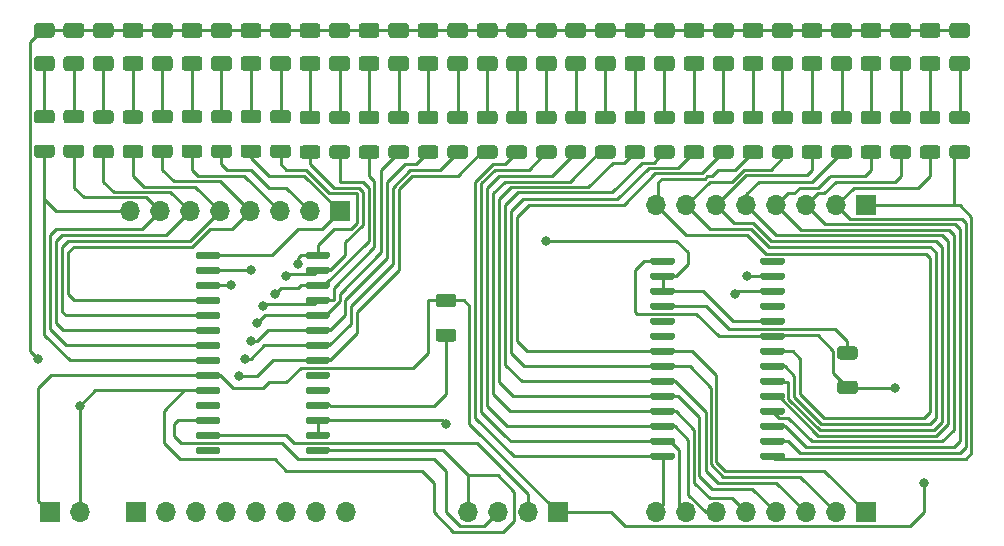
<source format=gbr>
%TF.GenerationSoftware,KiCad,Pcbnew,(5.1.9-0-10_14)*%
%TF.CreationDate,2021-08-25T01:40:26+02:00*%
%TF.ProjectId,i2c-32io,6932632d-3332-4696-9f2e-6b696361645f,rev?*%
%TF.SameCoordinates,Original*%
%TF.FileFunction,Copper,L1,Top*%
%TF.FilePolarity,Positive*%
%FSLAX46Y46*%
G04 Gerber Fmt 4.6, Leading zero omitted, Abs format (unit mm)*
G04 Created by KiCad (PCBNEW (5.1.9-0-10_14)) date 2021-08-25 01:40:26*
%MOMM*%
%LPD*%
G01*
G04 APERTURE LIST*
%TA.AperFunction,ComponentPad*%
%ADD10O,1.700000X1.700000*%
%TD*%
%TA.AperFunction,ComponentPad*%
%ADD11R,1.700000X1.700000*%
%TD*%
%TA.AperFunction,ViaPad*%
%ADD12C,0.800000*%
%TD*%
%TA.AperFunction,Conductor*%
%ADD13C,0.250000*%
%TD*%
G04 APERTURE END LIST*
%TO.P,U2,28*%
%TO.N,Net-(J5-Pad8)*%
%TA.AperFunction,SMDPad,CuDef*%
G36*
G01*
X77875000Y-105105000D02*
X77875000Y-105405000D01*
G75*
G02*
X77725000Y-105555000I-150000J0D01*
G01*
X75975000Y-105555000D01*
G75*
G02*
X75825000Y-105405000I0J150000D01*
G01*
X75825000Y-105105000D01*
G75*
G02*
X75975000Y-104955000I150000J0D01*
G01*
X77725000Y-104955000D01*
G75*
G02*
X77875000Y-105105000I0J-150000D01*
G01*
G37*
%TD.AperFunction*%
%TO.P,U2,27*%
%TO.N,Net-(J5-Pad7)*%
%TA.AperFunction,SMDPad,CuDef*%
G36*
G01*
X77875000Y-103835000D02*
X77875000Y-104135000D01*
G75*
G02*
X77725000Y-104285000I-150000J0D01*
G01*
X75975000Y-104285000D01*
G75*
G02*
X75825000Y-104135000I0J150000D01*
G01*
X75825000Y-103835000D01*
G75*
G02*
X75975000Y-103685000I150000J0D01*
G01*
X77725000Y-103685000D01*
G75*
G02*
X77875000Y-103835000I0J-150000D01*
G01*
G37*
%TD.AperFunction*%
%TO.P,U2,26*%
%TO.N,Net-(J5-Pad6)*%
%TA.AperFunction,SMDPad,CuDef*%
G36*
G01*
X77875000Y-102565000D02*
X77875000Y-102865000D01*
G75*
G02*
X77725000Y-103015000I-150000J0D01*
G01*
X75975000Y-103015000D01*
G75*
G02*
X75825000Y-102865000I0J150000D01*
G01*
X75825000Y-102565000D01*
G75*
G02*
X75975000Y-102415000I150000J0D01*
G01*
X77725000Y-102415000D01*
G75*
G02*
X77875000Y-102565000I0J-150000D01*
G01*
G37*
%TD.AperFunction*%
%TO.P,U2,25*%
%TO.N,Net-(J5-Pad5)*%
%TA.AperFunction,SMDPad,CuDef*%
G36*
G01*
X77875000Y-101295000D02*
X77875000Y-101595000D01*
G75*
G02*
X77725000Y-101745000I-150000J0D01*
G01*
X75975000Y-101745000D01*
G75*
G02*
X75825000Y-101595000I0J150000D01*
G01*
X75825000Y-101295000D01*
G75*
G02*
X75975000Y-101145000I150000J0D01*
G01*
X77725000Y-101145000D01*
G75*
G02*
X77875000Y-101295000I0J-150000D01*
G01*
G37*
%TD.AperFunction*%
%TO.P,U2,24*%
%TO.N,Net-(J5-Pad4)*%
%TA.AperFunction,SMDPad,CuDef*%
G36*
G01*
X77875000Y-100025000D02*
X77875000Y-100325000D01*
G75*
G02*
X77725000Y-100475000I-150000J0D01*
G01*
X75975000Y-100475000D01*
G75*
G02*
X75825000Y-100325000I0J150000D01*
G01*
X75825000Y-100025000D01*
G75*
G02*
X75975000Y-99875000I150000J0D01*
G01*
X77725000Y-99875000D01*
G75*
G02*
X77875000Y-100025000I0J-150000D01*
G01*
G37*
%TD.AperFunction*%
%TO.P,U2,23*%
%TO.N,Net-(J5-Pad3)*%
%TA.AperFunction,SMDPad,CuDef*%
G36*
G01*
X77875000Y-98755000D02*
X77875000Y-99055000D01*
G75*
G02*
X77725000Y-99205000I-150000J0D01*
G01*
X75975000Y-99205000D01*
G75*
G02*
X75825000Y-99055000I0J150000D01*
G01*
X75825000Y-98755000D01*
G75*
G02*
X75975000Y-98605000I150000J0D01*
G01*
X77725000Y-98605000D01*
G75*
G02*
X77875000Y-98755000I0J-150000D01*
G01*
G37*
%TD.AperFunction*%
%TO.P,U2,22*%
%TO.N,Net-(J5-Pad2)*%
%TA.AperFunction,SMDPad,CuDef*%
G36*
G01*
X77875000Y-97485000D02*
X77875000Y-97785000D01*
G75*
G02*
X77725000Y-97935000I-150000J0D01*
G01*
X75975000Y-97935000D01*
G75*
G02*
X75825000Y-97785000I0J150000D01*
G01*
X75825000Y-97485000D01*
G75*
G02*
X75975000Y-97335000I150000J0D01*
G01*
X77725000Y-97335000D01*
G75*
G02*
X77875000Y-97485000I0J-150000D01*
G01*
G37*
%TD.AperFunction*%
%TO.P,U2,21*%
%TO.N,Net-(J5-Pad1)*%
%TA.AperFunction,SMDPad,CuDef*%
G36*
G01*
X77875000Y-96215000D02*
X77875000Y-96515000D01*
G75*
G02*
X77725000Y-96665000I-150000J0D01*
G01*
X75975000Y-96665000D01*
G75*
G02*
X75825000Y-96515000I0J150000D01*
G01*
X75825000Y-96215000D01*
G75*
G02*
X75975000Y-96065000I150000J0D01*
G01*
X77725000Y-96065000D01*
G75*
G02*
X77875000Y-96215000I0J-150000D01*
G01*
G37*
%TD.AperFunction*%
%TO.P,U2,20*%
%TO.N,N/C*%
%TA.AperFunction,SMDPad,CuDef*%
G36*
G01*
X77875000Y-94945000D02*
X77875000Y-95245000D01*
G75*
G02*
X77725000Y-95395000I-150000J0D01*
G01*
X75975000Y-95395000D01*
G75*
G02*
X75825000Y-95245000I0J150000D01*
G01*
X75825000Y-94945000D01*
G75*
G02*
X75975000Y-94795000I150000J0D01*
G01*
X77725000Y-94795000D01*
G75*
G02*
X77875000Y-94945000I0J-150000D01*
G01*
G37*
%TD.AperFunction*%
%TO.P,U2,19*%
%TA.AperFunction,SMDPad,CuDef*%
G36*
G01*
X77875000Y-93675000D02*
X77875000Y-93975000D01*
G75*
G02*
X77725000Y-94125000I-150000J0D01*
G01*
X75975000Y-94125000D01*
G75*
G02*
X75825000Y-93975000I0J150000D01*
G01*
X75825000Y-93675000D01*
G75*
G02*
X75975000Y-93525000I150000J0D01*
G01*
X77725000Y-93525000D01*
G75*
G02*
X77875000Y-93675000I0J-150000D01*
G01*
G37*
%TD.AperFunction*%
%TO.P,U2,18*%
%TO.N,Net-(R33-Pad2)*%
%TA.AperFunction,SMDPad,CuDef*%
G36*
G01*
X77875000Y-92405000D02*
X77875000Y-92705000D01*
G75*
G02*
X77725000Y-92855000I-150000J0D01*
G01*
X75975000Y-92855000D01*
G75*
G02*
X75825000Y-92705000I0J150000D01*
G01*
X75825000Y-92405000D01*
G75*
G02*
X75975000Y-92255000I150000J0D01*
G01*
X77725000Y-92255000D01*
G75*
G02*
X77875000Y-92405000I0J-150000D01*
G01*
G37*
%TD.AperFunction*%
%TO.P,U2,17*%
%TO.N,GND*%
%TA.AperFunction,SMDPad,CuDef*%
G36*
G01*
X77875000Y-91135000D02*
X77875000Y-91435000D01*
G75*
G02*
X77725000Y-91585000I-150000J0D01*
G01*
X75975000Y-91585000D01*
G75*
G02*
X75825000Y-91435000I0J150000D01*
G01*
X75825000Y-91135000D01*
G75*
G02*
X75975000Y-90985000I150000J0D01*
G01*
X77725000Y-90985000D01*
G75*
G02*
X77875000Y-91135000I0J-150000D01*
G01*
G37*
%TD.AperFunction*%
%TO.P,U2,16*%
%TA.AperFunction,SMDPad,CuDef*%
G36*
G01*
X77875000Y-89865000D02*
X77875000Y-90165000D01*
G75*
G02*
X77725000Y-90315000I-150000J0D01*
G01*
X75975000Y-90315000D01*
G75*
G02*
X75825000Y-90165000I0J150000D01*
G01*
X75825000Y-89865000D01*
G75*
G02*
X75975000Y-89715000I150000J0D01*
G01*
X77725000Y-89715000D01*
G75*
G02*
X77875000Y-89865000I0J-150000D01*
G01*
G37*
%TD.AperFunction*%
%TO.P,U2,15*%
%TO.N,VCC*%
%TA.AperFunction,SMDPad,CuDef*%
G36*
G01*
X77875000Y-88595000D02*
X77875000Y-88895000D01*
G75*
G02*
X77725000Y-89045000I-150000J0D01*
G01*
X75975000Y-89045000D01*
G75*
G02*
X75825000Y-88895000I0J150000D01*
G01*
X75825000Y-88595000D01*
G75*
G02*
X75975000Y-88445000I150000J0D01*
G01*
X77725000Y-88445000D01*
G75*
G02*
X77875000Y-88595000I0J-150000D01*
G01*
G37*
%TD.AperFunction*%
%TO.P,U2,14*%
%TO.N,N/C*%
%TA.AperFunction,SMDPad,CuDef*%
G36*
G01*
X87175000Y-88595000D02*
X87175000Y-88895000D01*
G75*
G02*
X87025000Y-89045000I-150000J0D01*
G01*
X85275000Y-89045000D01*
G75*
G02*
X85125000Y-88895000I0J150000D01*
G01*
X85125000Y-88595000D01*
G75*
G02*
X85275000Y-88445000I150000J0D01*
G01*
X87025000Y-88445000D01*
G75*
G02*
X87175000Y-88595000I0J-150000D01*
G01*
G37*
%TD.AperFunction*%
%TO.P,U2,13*%
%TO.N,Net-(J1-Pad2)*%
%TA.AperFunction,SMDPad,CuDef*%
G36*
G01*
X87175000Y-89865000D02*
X87175000Y-90165000D01*
G75*
G02*
X87025000Y-90315000I-150000J0D01*
G01*
X85275000Y-90315000D01*
G75*
G02*
X85125000Y-90165000I0J150000D01*
G01*
X85125000Y-89865000D01*
G75*
G02*
X85275000Y-89715000I150000J0D01*
G01*
X87025000Y-89715000D01*
G75*
G02*
X87175000Y-89865000I0J-150000D01*
G01*
G37*
%TD.AperFunction*%
%TO.P,U2,12*%
%TO.N,Net-(J1-Pad3)*%
%TA.AperFunction,SMDPad,CuDef*%
G36*
G01*
X87175000Y-91135000D02*
X87175000Y-91435000D01*
G75*
G02*
X87025000Y-91585000I-150000J0D01*
G01*
X85275000Y-91585000D01*
G75*
G02*
X85125000Y-91435000I0J150000D01*
G01*
X85125000Y-91135000D01*
G75*
G02*
X85275000Y-90985000I150000J0D01*
G01*
X87025000Y-90985000D01*
G75*
G02*
X87175000Y-91135000I0J-150000D01*
G01*
G37*
%TD.AperFunction*%
%TO.P,U2,11*%
%TO.N,N/C*%
%TA.AperFunction,SMDPad,CuDef*%
G36*
G01*
X87175000Y-92405000D02*
X87175000Y-92705000D01*
G75*
G02*
X87025000Y-92855000I-150000J0D01*
G01*
X85275000Y-92855000D01*
G75*
G02*
X85125000Y-92705000I0J150000D01*
G01*
X85125000Y-92405000D01*
G75*
G02*
X85275000Y-92255000I150000J0D01*
G01*
X87025000Y-92255000D01*
G75*
G02*
X87175000Y-92405000I0J-150000D01*
G01*
G37*
%TD.AperFunction*%
%TO.P,U2,10*%
%TO.N,GND*%
%TA.AperFunction,SMDPad,CuDef*%
G36*
G01*
X87175000Y-93675000D02*
X87175000Y-93975000D01*
G75*
G02*
X87025000Y-94125000I-150000J0D01*
G01*
X85275000Y-94125000D01*
G75*
G02*
X85125000Y-93975000I0J150000D01*
G01*
X85125000Y-93675000D01*
G75*
G02*
X85275000Y-93525000I150000J0D01*
G01*
X87025000Y-93525000D01*
G75*
G02*
X87175000Y-93675000I0J-150000D01*
G01*
G37*
%TD.AperFunction*%
%TO.P,U2,9*%
%TO.N,VCC*%
%TA.AperFunction,SMDPad,CuDef*%
G36*
G01*
X87175000Y-94945000D02*
X87175000Y-95245000D01*
G75*
G02*
X87025000Y-95395000I-150000J0D01*
G01*
X85275000Y-95395000D01*
G75*
G02*
X85125000Y-95245000I0J150000D01*
G01*
X85125000Y-94945000D01*
G75*
G02*
X85275000Y-94795000I150000J0D01*
G01*
X87025000Y-94795000D01*
G75*
G02*
X87175000Y-94945000I0J-150000D01*
G01*
G37*
%TD.AperFunction*%
%TO.P,U2,8*%
%TO.N,Net-(J4-Pad8)*%
%TA.AperFunction,SMDPad,CuDef*%
G36*
G01*
X87175000Y-96215000D02*
X87175000Y-96515000D01*
G75*
G02*
X87025000Y-96665000I-150000J0D01*
G01*
X85275000Y-96665000D01*
G75*
G02*
X85125000Y-96515000I0J150000D01*
G01*
X85125000Y-96215000D01*
G75*
G02*
X85275000Y-96065000I150000J0D01*
G01*
X87025000Y-96065000D01*
G75*
G02*
X87175000Y-96215000I0J-150000D01*
G01*
G37*
%TD.AperFunction*%
%TO.P,U2,7*%
%TO.N,Net-(J4-Pad7)*%
%TA.AperFunction,SMDPad,CuDef*%
G36*
G01*
X87175000Y-97485000D02*
X87175000Y-97785000D01*
G75*
G02*
X87025000Y-97935000I-150000J0D01*
G01*
X85275000Y-97935000D01*
G75*
G02*
X85125000Y-97785000I0J150000D01*
G01*
X85125000Y-97485000D01*
G75*
G02*
X85275000Y-97335000I150000J0D01*
G01*
X87025000Y-97335000D01*
G75*
G02*
X87175000Y-97485000I0J-150000D01*
G01*
G37*
%TD.AperFunction*%
%TO.P,U2,6*%
%TO.N,Net-(J4-Pad6)*%
%TA.AperFunction,SMDPad,CuDef*%
G36*
G01*
X87175000Y-98755000D02*
X87175000Y-99055000D01*
G75*
G02*
X87025000Y-99205000I-150000J0D01*
G01*
X85275000Y-99205000D01*
G75*
G02*
X85125000Y-99055000I0J150000D01*
G01*
X85125000Y-98755000D01*
G75*
G02*
X85275000Y-98605000I150000J0D01*
G01*
X87025000Y-98605000D01*
G75*
G02*
X87175000Y-98755000I0J-150000D01*
G01*
G37*
%TD.AperFunction*%
%TO.P,U2,5*%
%TO.N,Net-(J4-Pad5)*%
%TA.AperFunction,SMDPad,CuDef*%
G36*
G01*
X87175000Y-100025000D02*
X87175000Y-100325000D01*
G75*
G02*
X87025000Y-100475000I-150000J0D01*
G01*
X85275000Y-100475000D01*
G75*
G02*
X85125000Y-100325000I0J150000D01*
G01*
X85125000Y-100025000D01*
G75*
G02*
X85275000Y-99875000I150000J0D01*
G01*
X87025000Y-99875000D01*
G75*
G02*
X87175000Y-100025000I0J-150000D01*
G01*
G37*
%TD.AperFunction*%
%TO.P,U2,4*%
%TO.N,Net-(J4-Pad4)*%
%TA.AperFunction,SMDPad,CuDef*%
G36*
G01*
X87175000Y-101295000D02*
X87175000Y-101595000D01*
G75*
G02*
X87025000Y-101745000I-150000J0D01*
G01*
X85275000Y-101745000D01*
G75*
G02*
X85125000Y-101595000I0J150000D01*
G01*
X85125000Y-101295000D01*
G75*
G02*
X85275000Y-101145000I150000J0D01*
G01*
X87025000Y-101145000D01*
G75*
G02*
X87175000Y-101295000I0J-150000D01*
G01*
G37*
%TD.AperFunction*%
%TO.P,U2,3*%
%TO.N,Net-(J4-Pad3)*%
%TA.AperFunction,SMDPad,CuDef*%
G36*
G01*
X87175000Y-102565000D02*
X87175000Y-102865000D01*
G75*
G02*
X87025000Y-103015000I-150000J0D01*
G01*
X85275000Y-103015000D01*
G75*
G02*
X85125000Y-102865000I0J150000D01*
G01*
X85125000Y-102565000D01*
G75*
G02*
X85275000Y-102415000I150000J0D01*
G01*
X87025000Y-102415000D01*
G75*
G02*
X87175000Y-102565000I0J-150000D01*
G01*
G37*
%TD.AperFunction*%
%TO.P,U2,2*%
%TO.N,Net-(J4-Pad2)*%
%TA.AperFunction,SMDPad,CuDef*%
G36*
G01*
X87175000Y-103835000D02*
X87175000Y-104135000D01*
G75*
G02*
X87025000Y-104285000I-150000J0D01*
G01*
X85275000Y-104285000D01*
G75*
G02*
X85125000Y-104135000I0J150000D01*
G01*
X85125000Y-103835000D01*
G75*
G02*
X85275000Y-103685000I150000J0D01*
G01*
X87025000Y-103685000D01*
G75*
G02*
X87175000Y-103835000I0J-150000D01*
G01*
G37*
%TD.AperFunction*%
%TO.P,U2,1*%
%TO.N,Net-(J4-Pad1)*%
%TA.AperFunction,SMDPad,CuDef*%
G36*
G01*
X87175000Y-105105000D02*
X87175000Y-105405000D01*
G75*
G02*
X87025000Y-105555000I-150000J0D01*
G01*
X85275000Y-105555000D01*
G75*
G02*
X85125000Y-105405000I0J150000D01*
G01*
X85125000Y-105105000D01*
G75*
G02*
X85275000Y-104955000I150000J0D01*
G01*
X87025000Y-104955000D01*
G75*
G02*
X87175000Y-105105000I0J-150000D01*
G01*
G37*
%TD.AperFunction*%
%TD*%
D10*
%TO.P,J6,2*%
%TO.N,GND*%
X27540000Y-110000000D03*
D11*
%TO.P,J6,1*%
%TO.N,VCC*%
X25000000Y-110000000D03*
%TD*%
D10*
%TO.P,J4,8*%
%TO.N,Net-(J4-Pad8)*%
X76300000Y-84000000D03*
%TO.P,J4,7*%
%TO.N,Net-(J4-Pad7)*%
X78840000Y-84000000D03*
%TO.P,J4,6*%
%TO.N,Net-(J4-Pad6)*%
X81380000Y-84000000D03*
%TO.P,J4,5*%
%TO.N,Net-(J4-Pad5)*%
X83920000Y-84000000D03*
%TO.P,J4,4*%
%TO.N,Net-(J4-Pad4)*%
X86460000Y-84000000D03*
%TO.P,J4,3*%
%TO.N,Net-(J4-Pad3)*%
X89000000Y-84000000D03*
%TO.P,J4,2*%
%TO.N,Net-(J4-Pad2)*%
X91540000Y-84000000D03*
D11*
%TO.P,J4,1*%
%TO.N,Net-(J4-Pad1)*%
X94080000Y-84000000D03*
%TD*%
D10*
%TO.P,J3,8*%
%TO.N,Net-(J3-Pad8)*%
X50080000Y-110000000D03*
%TO.P,J3,7*%
%TO.N,Net-(J3-Pad7)*%
X47540000Y-110000000D03*
%TO.P,J3,6*%
%TO.N,Net-(J3-Pad6)*%
X45000000Y-110000000D03*
%TO.P,J3,5*%
%TO.N,Net-(J3-Pad5)*%
X42460000Y-110000000D03*
%TO.P,J3,4*%
%TO.N,Net-(J3-Pad4)*%
X39920000Y-110000000D03*
%TO.P,J3,3*%
%TO.N,Net-(J3-Pad3)*%
X37380000Y-110000000D03*
%TO.P,J3,2*%
%TO.N,Net-(J3-Pad2)*%
X34840000Y-110000000D03*
D11*
%TO.P,J3,1*%
%TO.N,Net-(J3-Pad1)*%
X32300000Y-110000000D03*
%TD*%
D10*
%TO.P,J2,8*%
%TO.N,Net-(J2-Pad8)*%
X31720000Y-84500000D03*
%TO.P,J2,7*%
%TO.N,Net-(J2-Pad7)*%
X34260000Y-84500000D03*
%TO.P,J2,6*%
%TO.N,Net-(J2-Pad6)*%
X36800000Y-84500000D03*
%TO.P,J2,5*%
%TO.N,Net-(J2-Pad5)*%
X39340000Y-84500000D03*
%TO.P,J2,4*%
%TO.N,Net-(J2-Pad4)*%
X41880000Y-84500000D03*
%TO.P,J2,3*%
%TO.N,Net-(J2-Pad3)*%
X44420000Y-84500000D03*
%TO.P,J2,2*%
%TO.N,Net-(J2-Pad2)*%
X46960000Y-84500000D03*
D11*
%TO.P,J2,1*%
%TO.N,Net-(J2-Pad1)*%
X49500000Y-84500000D03*
%TD*%
D10*
%TO.P,J1,4*%
%TO.N,GND*%
X60380000Y-110000000D03*
%TO.P,J1,3*%
%TO.N,Net-(J1-Pad3)*%
X62920000Y-110000000D03*
%TO.P,J1,2*%
%TO.N,Net-(J1-Pad2)*%
X65460000Y-110000000D03*
D11*
%TO.P,J1,1*%
%TO.N,VCC*%
X68000000Y-110000000D03*
%TD*%
%TO.P,U1,28*%
%TO.N,Net-(J3-Pad8)*%
%TA.AperFunction,SMDPad,CuDef*%
G36*
G01*
X46625000Y-88395000D02*
X46625000Y-88095000D01*
G75*
G02*
X46775000Y-87945000I150000J0D01*
G01*
X48525000Y-87945000D01*
G75*
G02*
X48675000Y-88095000I0J-150000D01*
G01*
X48675000Y-88395000D01*
G75*
G02*
X48525000Y-88545000I-150000J0D01*
G01*
X46775000Y-88545000D01*
G75*
G02*
X46625000Y-88395000I0J150000D01*
G01*
G37*
%TD.AperFunction*%
%TO.P,U1,27*%
%TO.N,Net-(J3-Pad7)*%
%TA.AperFunction,SMDPad,CuDef*%
G36*
G01*
X46625000Y-89665000D02*
X46625000Y-89365000D01*
G75*
G02*
X46775000Y-89215000I150000J0D01*
G01*
X48525000Y-89215000D01*
G75*
G02*
X48675000Y-89365000I0J-150000D01*
G01*
X48675000Y-89665000D01*
G75*
G02*
X48525000Y-89815000I-150000J0D01*
G01*
X46775000Y-89815000D01*
G75*
G02*
X46625000Y-89665000I0J150000D01*
G01*
G37*
%TD.AperFunction*%
%TO.P,U1,26*%
%TO.N,Net-(J3-Pad6)*%
%TA.AperFunction,SMDPad,CuDef*%
G36*
G01*
X46625000Y-90935000D02*
X46625000Y-90635000D01*
G75*
G02*
X46775000Y-90485000I150000J0D01*
G01*
X48525000Y-90485000D01*
G75*
G02*
X48675000Y-90635000I0J-150000D01*
G01*
X48675000Y-90935000D01*
G75*
G02*
X48525000Y-91085000I-150000J0D01*
G01*
X46775000Y-91085000D01*
G75*
G02*
X46625000Y-90935000I0J150000D01*
G01*
G37*
%TD.AperFunction*%
%TO.P,U1,25*%
%TO.N,Net-(J3-Pad5)*%
%TA.AperFunction,SMDPad,CuDef*%
G36*
G01*
X46625000Y-92205000D02*
X46625000Y-91905000D01*
G75*
G02*
X46775000Y-91755000I150000J0D01*
G01*
X48525000Y-91755000D01*
G75*
G02*
X48675000Y-91905000I0J-150000D01*
G01*
X48675000Y-92205000D01*
G75*
G02*
X48525000Y-92355000I-150000J0D01*
G01*
X46775000Y-92355000D01*
G75*
G02*
X46625000Y-92205000I0J150000D01*
G01*
G37*
%TD.AperFunction*%
%TO.P,U1,24*%
%TO.N,Net-(J3-Pad4)*%
%TA.AperFunction,SMDPad,CuDef*%
G36*
G01*
X46625000Y-93475000D02*
X46625000Y-93175000D01*
G75*
G02*
X46775000Y-93025000I150000J0D01*
G01*
X48525000Y-93025000D01*
G75*
G02*
X48675000Y-93175000I0J-150000D01*
G01*
X48675000Y-93475000D01*
G75*
G02*
X48525000Y-93625000I-150000J0D01*
G01*
X46775000Y-93625000D01*
G75*
G02*
X46625000Y-93475000I0J150000D01*
G01*
G37*
%TD.AperFunction*%
%TO.P,U1,23*%
%TO.N,Net-(J3-Pad3)*%
%TA.AperFunction,SMDPad,CuDef*%
G36*
G01*
X46625000Y-94745000D02*
X46625000Y-94445000D01*
G75*
G02*
X46775000Y-94295000I150000J0D01*
G01*
X48525000Y-94295000D01*
G75*
G02*
X48675000Y-94445000I0J-150000D01*
G01*
X48675000Y-94745000D01*
G75*
G02*
X48525000Y-94895000I-150000J0D01*
G01*
X46775000Y-94895000D01*
G75*
G02*
X46625000Y-94745000I0J150000D01*
G01*
G37*
%TD.AperFunction*%
%TO.P,U1,22*%
%TO.N,Net-(J3-Pad2)*%
%TA.AperFunction,SMDPad,CuDef*%
G36*
G01*
X46625000Y-96015000D02*
X46625000Y-95715000D01*
G75*
G02*
X46775000Y-95565000I150000J0D01*
G01*
X48525000Y-95565000D01*
G75*
G02*
X48675000Y-95715000I0J-150000D01*
G01*
X48675000Y-96015000D01*
G75*
G02*
X48525000Y-96165000I-150000J0D01*
G01*
X46775000Y-96165000D01*
G75*
G02*
X46625000Y-96015000I0J150000D01*
G01*
G37*
%TD.AperFunction*%
%TO.P,U1,21*%
%TO.N,Net-(J3-Pad1)*%
%TA.AperFunction,SMDPad,CuDef*%
G36*
G01*
X46625000Y-97285000D02*
X46625000Y-96985000D01*
G75*
G02*
X46775000Y-96835000I150000J0D01*
G01*
X48525000Y-96835000D01*
G75*
G02*
X48675000Y-96985000I0J-150000D01*
G01*
X48675000Y-97285000D01*
G75*
G02*
X48525000Y-97435000I-150000J0D01*
G01*
X46775000Y-97435000D01*
G75*
G02*
X46625000Y-97285000I0J150000D01*
G01*
G37*
%TD.AperFunction*%
%TO.P,U1,20*%
%TO.N,N/C*%
%TA.AperFunction,SMDPad,CuDef*%
G36*
G01*
X46625000Y-98555000D02*
X46625000Y-98255000D01*
G75*
G02*
X46775000Y-98105000I150000J0D01*
G01*
X48525000Y-98105000D01*
G75*
G02*
X48675000Y-98255000I0J-150000D01*
G01*
X48675000Y-98555000D01*
G75*
G02*
X48525000Y-98705000I-150000J0D01*
G01*
X46775000Y-98705000D01*
G75*
G02*
X46625000Y-98555000I0J150000D01*
G01*
G37*
%TD.AperFunction*%
%TO.P,U1,19*%
%TA.AperFunction,SMDPad,CuDef*%
G36*
G01*
X46625000Y-99825000D02*
X46625000Y-99525000D01*
G75*
G02*
X46775000Y-99375000I150000J0D01*
G01*
X48525000Y-99375000D01*
G75*
G02*
X48675000Y-99525000I0J-150000D01*
G01*
X48675000Y-99825000D01*
G75*
G02*
X48525000Y-99975000I-150000J0D01*
G01*
X46775000Y-99975000D01*
G75*
G02*
X46625000Y-99825000I0J150000D01*
G01*
G37*
%TD.AperFunction*%
%TO.P,U1,18*%
%TO.N,Net-(R34-Pad2)*%
%TA.AperFunction,SMDPad,CuDef*%
G36*
G01*
X46625000Y-101095000D02*
X46625000Y-100795000D01*
G75*
G02*
X46775000Y-100645000I150000J0D01*
G01*
X48525000Y-100645000D01*
G75*
G02*
X48675000Y-100795000I0J-150000D01*
G01*
X48675000Y-101095000D01*
G75*
G02*
X48525000Y-101245000I-150000J0D01*
G01*
X46775000Y-101245000D01*
G75*
G02*
X46625000Y-101095000I0J150000D01*
G01*
G37*
%TD.AperFunction*%
%TO.P,U1,17*%
%TO.N,GND*%
%TA.AperFunction,SMDPad,CuDef*%
G36*
G01*
X46625000Y-102365000D02*
X46625000Y-102065000D01*
G75*
G02*
X46775000Y-101915000I150000J0D01*
G01*
X48525000Y-101915000D01*
G75*
G02*
X48675000Y-102065000I0J-150000D01*
G01*
X48675000Y-102365000D01*
G75*
G02*
X48525000Y-102515000I-150000J0D01*
G01*
X46775000Y-102515000D01*
G75*
G02*
X46625000Y-102365000I0J150000D01*
G01*
G37*
%TD.AperFunction*%
%TO.P,U1,16*%
%TA.AperFunction,SMDPad,CuDef*%
G36*
G01*
X46625000Y-103635000D02*
X46625000Y-103335000D01*
G75*
G02*
X46775000Y-103185000I150000J0D01*
G01*
X48525000Y-103185000D01*
G75*
G02*
X48675000Y-103335000I0J-150000D01*
G01*
X48675000Y-103635000D01*
G75*
G02*
X48525000Y-103785000I-150000J0D01*
G01*
X46775000Y-103785000D01*
G75*
G02*
X46625000Y-103635000I0J150000D01*
G01*
G37*
%TD.AperFunction*%
%TO.P,U1,15*%
%TA.AperFunction,SMDPad,CuDef*%
G36*
G01*
X46625000Y-104905000D02*
X46625000Y-104605000D01*
G75*
G02*
X46775000Y-104455000I150000J0D01*
G01*
X48525000Y-104455000D01*
G75*
G02*
X48675000Y-104605000I0J-150000D01*
G01*
X48675000Y-104905000D01*
G75*
G02*
X48525000Y-105055000I-150000J0D01*
G01*
X46775000Y-105055000D01*
G75*
G02*
X46625000Y-104905000I0J150000D01*
G01*
G37*
%TD.AperFunction*%
%TO.P,U1,14*%
%TO.N,N/C*%
%TA.AperFunction,SMDPad,CuDef*%
G36*
G01*
X37325000Y-104905000D02*
X37325000Y-104605000D01*
G75*
G02*
X37475000Y-104455000I150000J0D01*
G01*
X39225000Y-104455000D01*
G75*
G02*
X39375000Y-104605000I0J-150000D01*
G01*
X39375000Y-104905000D01*
G75*
G02*
X39225000Y-105055000I-150000J0D01*
G01*
X37475000Y-105055000D01*
G75*
G02*
X37325000Y-104905000I0J150000D01*
G01*
G37*
%TD.AperFunction*%
%TO.P,U1,13*%
%TO.N,Net-(J1-Pad2)*%
%TA.AperFunction,SMDPad,CuDef*%
G36*
G01*
X37325000Y-103635000D02*
X37325000Y-103335000D01*
G75*
G02*
X37475000Y-103185000I150000J0D01*
G01*
X39225000Y-103185000D01*
G75*
G02*
X39375000Y-103335000I0J-150000D01*
G01*
X39375000Y-103635000D01*
G75*
G02*
X39225000Y-103785000I-150000J0D01*
G01*
X37475000Y-103785000D01*
G75*
G02*
X37325000Y-103635000I0J150000D01*
G01*
G37*
%TD.AperFunction*%
%TO.P,U1,12*%
%TO.N,Net-(J1-Pad3)*%
%TA.AperFunction,SMDPad,CuDef*%
G36*
G01*
X37325000Y-102365000D02*
X37325000Y-102065000D01*
G75*
G02*
X37475000Y-101915000I150000J0D01*
G01*
X39225000Y-101915000D01*
G75*
G02*
X39375000Y-102065000I0J-150000D01*
G01*
X39375000Y-102365000D01*
G75*
G02*
X39225000Y-102515000I-150000J0D01*
G01*
X37475000Y-102515000D01*
G75*
G02*
X37325000Y-102365000I0J150000D01*
G01*
G37*
%TD.AperFunction*%
%TO.P,U1,11*%
%TO.N,N/C*%
%TA.AperFunction,SMDPad,CuDef*%
G36*
G01*
X37325000Y-101095000D02*
X37325000Y-100795000D01*
G75*
G02*
X37475000Y-100645000I150000J0D01*
G01*
X39225000Y-100645000D01*
G75*
G02*
X39375000Y-100795000I0J-150000D01*
G01*
X39375000Y-101095000D01*
G75*
G02*
X39225000Y-101245000I-150000J0D01*
G01*
X37475000Y-101245000D01*
G75*
G02*
X37325000Y-101095000I0J150000D01*
G01*
G37*
%TD.AperFunction*%
%TO.P,U1,10*%
%TO.N,GND*%
%TA.AperFunction,SMDPad,CuDef*%
G36*
G01*
X37325000Y-99825000D02*
X37325000Y-99525000D01*
G75*
G02*
X37475000Y-99375000I150000J0D01*
G01*
X39225000Y-99375000D01*
G75*
G02*
X39375000Y-99525000I0J-150000D01*
G01*
X39375000Y-99825000D01*
G75*
G02*
X39225000Y-99975000I-150000J0D01*
G01*
X37475000Y-99975000D01*
G75*
G02*
X37325000Y-99825000I0J150000D01*
G01*
G37*
%TD.AperFunction*%
%TO.P,U1,9*%
%TO.N,VCC*%
%TA.AperFunction,SMDPad,CuDef*%
G36*
G01*
X37325000Y-98555000D02*
X37325000Y-98255000D01*
G75*
G02*
X37475000Y-98105000I150000J0D01*
G01*
X39225000Y-98105000D01*
G75*
G02*
X39375000Y-98255000I0J-150000D01*
G01*
X39375000Y-98555000D01*
G75*
G02*
X39225000Y-98705000I-150000J0D01*
G01*
X37475000Y-98705000D01*
G75*
G02*
X37325000Y-98555000I0J150000D01*
G01*
G37*
%TD.AperFunction*%
%TO.P,U1,8*%
%TO.N,Net-(J2-Pad8)*%
%TA.AperFunction,SMDPad,CuDef*%
G36*
G01*
X37325000Y-97285000D02*
X37325000Y-96985000D01*
G75*
G02*
X37475000Y-96835000I150000J0D01*
G01*
X39225000Y-96835000D01*
G75*
G02*
X39375000Y-96985000I0J-150000D01*
G01*
X39375000Y-97285000D01*
G75*
G02*
X39225000Y-97435000I-150000J0D01*
G01*
X37475000Y-97435000D01*
G75*
G02*
X37325000Y-97285000I0J150000D01*
G01*
G37*
%TD.AperFunction*%
%TO.P,U1,7*%
%TO.N,Net-(J2-Pad7)*%
%TA.AperFunction,SMDPad,CuDef*%
G36*
G01*
X37325000Y-96015000D02*
X37325000Y-95715000D01*
G75*
G02*
X37475000Y-95565000I150000J0D01*
G01*
X39225000Y-95565000D01*
G75*
G02*
X39375000Y-95715000I0J-150000D01*
G01*
X39375000Y-96015000D01*
G75*
G02*
X39225000Y-96165000I-150000J0D01*
G01*
X37475000Y-96165000D01*
G75*
G02*
X37325000Y-96015000I0J150000D01*
G01*
G37*
%TD.AperFunction*%
%TO.P,U1,6*%
%TO.N,Net-(J2-Pad6)*%
%TA.AperFunction,SMDPad,CuDef*%
G36*
G01*
X37325000Y-94745000D02*
X37325000Y-94445000D01*
G75*
G02*
X37475000Y-94295000I150000J0D01*
G01*
X39225000Y-94295000D01*
G75*
G02*
X39375000Y-94445000I0J-150000D01*
G01*
X39375000Y-94745000D01*
G75*
G02*
X39225000Y-94895000I-150000J0D01*
G01*
X37475000Y-94895000D01*
G75*
G02*
X37325000Y-94745000I0J150000D01*
G01*
G37*
%TD.AperFunction*%
%TO.P,U1,5*%
%TO.N,Net-(J2-Pad5)*%
%TA.AperFunction,SMDPad,CuDef*%
G36*
G01*
X37325000Y-93475000D02*
X37325000Y-93175000D01*
G75*
G02*
X37475000Y-93025000I150000J0D01*
G01*
X39225000Y-93025000D01*
G75*
G02*
X39375000Y-93175000I0J-150000D01*
G01*
X39375000Y-93475000D01*
G75*
G02*
X39225000Y-93625000I-150000J0D01*
G01*
X37475000Y-93625000D01*
G75*
G02*
X37325000Y-93475000I0J150000D01*
G01*
G37*
%TD.AperFunction*%
%TO.P,U1,4*%
%TO.N,Net-(J2-Pad4)*%
%TA.AperFunction,SMDPad,CuDef*%
G36*
G01*
X37325000Y-92205000D02*
X37325000Y-91905000D01*
G75*
G02*
X37475000Y-91755000I150000J0D01*
G01*
X39225000Y-91755000D01*
G75*
G02*
X39375000Y-91905000I0J-150000D01*
G01*
X39375000Y-92205000D01*
G75*
G02*
X39225000Y-92355000I-150000J0D01*
G01*
X37475000Y-92355000D01*
G75*
G02*
X37325000Y-92205000I0J150000D01*
G01*
G37*
%TD.AperFunction*%
%TO.P,U1,3*%
%TO.N,Net-(J2-Pad3)*%
%TA.AperFunction,SMDPad,CuDef*%
G36*
G01*
X37325000Y-90935000D02*
X37325000Y-90635000D01*
G75*
G02*
X37475000Y-90485000I150000J0D01*
G01*
X39225000Y-90485000D01*
G75*
G02*
X39375000Y-90635000I0J-150000D01*
G01*
X39375000Y-90935000D01*
G75*
G02*
X39225000Y-91085000I-150000J0D01*
G01*
X37475000Y-91085000D01*
G75*
G02*
X37325000Y-90935000I0J150000D01*
G01*
G37*
%TD.AperFunction*%
%TO.P,U1,2*%
%TO.N,Net-(J2-Pad2)*%
%TA.AperFunction,SMDPad,CuDef*%
G36*
G01*
X37325000Y-89665000D02*
X37325000Y-89365000D01*
G75*
G02*
X37475000Y-89215000I150000J0D01*
G01*
X39225000Y-89215000D01*
G75*
G02*
X39375000Y-89365000I0J-150000D01*
G01*
X39375000Y-89665000D01*
G75*
G02*
X39225000Y-89815000I-150000J0D01*
G01*
X37475000Y-89815000D01*
G75*
G02*
X37325000Y-89665000I0J150000D01*
G01*
G37*
%TD.AperFunction*%
%TO.P,U1,1*%
%TO.N,Net-(J2-Pad1)*%
%TA.AperFunction,SMDPad,CuDef*%
G36*
G01*
X37325000Y-88395000D02*
X37325000Y-88095000D01*
G75*
G02*
X37475000Y-87945000I150000J0D01*
G01*
X39225000Y-87945000D01*
G75*
G02*
X39375000Y-88095000I0J-150000D01*
G01*
X39375000Y-88395000D01*
G75*
G02*
X39225000Y-88545000I-150000J0D01*
G01*
X37475000Y-88545000D01*
G75*
G02*
X37325000Y-88395000I0J150000D01*
G01*
G37*
%TD.AperFunction*%
%TD*%
%TO.P,R34,2*%
%TO.N,Net-(R34-Pad2)*%
%TA.AperFunction,SMDPad,CuDef*%
G36*
G01*
X57874999Y-94437500D02*
X59125001Y-94437500D01*
G75*
G02*
X59375000Y-94687499I0J-249999D01*
G01*
X59375000Y-95312501D01*
G75*
G02*
X59125001Y-95562500I-249999J0D01*
G01*
X57874999Y-95562500D01*
G75*
G02*
X57625000Y-95312501I0J249999D01*
G01*
X57625000Y-94687499D01*
G75*
G02*
X57874999Y-94437500I249999J0D01*
G01*
G37*
%TD.AperFunction*%
%TO.P,R34,1*%
%TO.N,VCC*%
%TA.AperFunction,SMDPad,CuDef*%
G36*
G01*
X57874999Y-91512500D02*
X59125001Y-91512500D01*
G75*
G02*
X59375000Y-91762499I0J-249999D01*
G01*
X59375000Y-92387501D01*
G75*
G02*
X59125001Y-92637500I-249999J0D01*
G01*
X57874999Y-92637500D01*
G75*
G02*
X57625000Y-92387501I0J249999D01*
G01*
X57625000Y-91762499D01*
G75*
G02*
X57874999Y-91512500I249999J0D01*
G01*
G37*
%TD.AperFunction*%
%TD*%
%TO.P,R33,2*%
%TO.N,Net-(R33-Pad2)*%
%TA.AperFunction,SMDPad,CuDef*%
G36*
G01*
X93125001Y-97062500D02*
X91874999Y-97062500D01*
G75*
G02*
X91625000Y-96812501I0J249999D01*
G01*
X91625000Y-96187499D01*
G75*
G02*
X91874999Y-95937500I249999J0D01*
G01*
X93125001Y-95937500D01*
G75*
G02*
X93375000Y-96187499I0J-249999D01*
G01*
X93375000Y-96812501D01*
G75*
G02*
X93125001Y-97062500I-249999J0D01*
G01*
G37*
%TD.AperFunction*%
%TO.P,R33,1*%
%TO.N,VCC*%
%TA.AperFunction,SMDPad,CuDef*%
G36*
G01*
X93125001Y-99987500D02*
X91874999Y-99987500D01*
G75*
G02*
X91625000Y-99737501I0J249999D01*
G01*
X91625000Y-99112499D01*
G75*
G02*
X91874999Y-98862500I249999J0D01*
G01*
X93125001Y-98862500D01*
G75*
G02*
X93375000Y-99112499I0J-249999D01*
G01*
X93375000Y-99737501D01*
G75*
G02*
X93125001Y-99987500I-249999J0D01*
G01*
G37*
%TD.AperFunction*%
%TD*%
%TO.P,R32,2*%
%TO.N,Net-(J4-Pad1)*%
%TA.AperFunction,SMDPad,CuDef*%
G36*
G01*
X101374999Y-78937500D02*
X102625001Y-78937500D01*
G75*
G02*
X102875000Y-79187499I0J-249999D01*
G01*
X102875000Y-79812501D01*
G75*
G02*
X102625001Y-80062500I-249999J0D01*
G01*
X101374999Y-80062500D01*
G75*
G02*
X101125000Y-79812501I0J249999D01*
G01*
X101125000Y-79187499D01*
G75*
G02*
X101374999Y-78937500I249999J0D01*
G01*
G37*
%TD.AperFunction*%
%TO.P,R32,1*%
%TO.N,Net-(D32-Pad2)*%
%TA.AperFunction,SMDPad,CuDef*%
G36*
G01*
X101374999Y-76012500D02*
X102625001Y-76012500D01*
G75*
G02*
X102875000Y-76262499I0J-249999D01*
G01*
X102875000Y-76887501D01*
G75*
G02*
X102625001Y-77137500I-249999J0D01*
G01*
X101374999Y-77137500D01*
G75*
G02*
X101125000Y-76887501I0J249999D01*
G01*
X101125000Y-76262499D01*
G75*
G02*
X101374999Y-76012500I249999J0D01*
G01*
G37*
%TD.AperFunction*%
%TD*%
%TO.P,R31,2*%
%TO.N,Net-(J4-Pad2)*%
%TA.AperFunction,SMDPad,CuDef*%
G36*
G01*
X98874999Y-78937500D02*
X100125001Y-78937500D01*
G75*
G02*
X100375000Y-79187499I0J-249999D01*
G01*
X100375000Y-79812501D01*
G75*
G02*
X100125001Y-80062500I-249999J0D01*
G01*
X98874999Y-80062500D01*
G75*
G02*
X98625000Y-79812501I0J249999D01*
G01*
X98625000Y-79187499D01*
G75*
G02*
X98874999Y-78937500I249999J0D01*
G01*
G37*
%TD.AperFunction*%
%TO.P,R31,1*%
%TO.N,Net-(D31-Pad2)*%
%TA.AperFunction,SMDPad,CuDef*%
G36*
G01*
X98874999Y-76012500D02*
X100125001Y-76012500D01*
G75*
G02*
X100375000Y-76262499I0J-249999D01*
G01*
X100375000Y-76887501D01*
G75*
G02*
X100125001Y-77137500I-249999J0D01*
G01*
X98874999Y-77137500D01*
G75*
G02*
X98625000Y-76887501I0J249999D01*
G01*
X98625000Y-76262499D01*
G75*
G02*
X98874999Y-76012500I249999J0D01*
G01*
G37*
%TD.AperFunction*%
%TD*%
%TO.P,R30,2*%
%TO.N,Net-(J4-Pad3)*%
%TA.AperFunction,SMDPad,CuDef*%
G36*
G01*
X96374999Y-78937500D02*
X97625001Y-78937500D01*
G75*
G02*
X97875000Y-79187499I0J-249999D01*
G01*
X97875000Y-79812501D01*
G75*
G02*
X97625001Y-80062500I-249999J0D01*
G01*
X96374999Y-80062500D01*
G75*
G02*
X96125000Y-79812501I0J249999D01*
G01*
X96125000Y-79187499D01*
G75*
G02*
X96374999Y-78937500I249999J0D01*
G01*
G37*
%TD.AperFunction*%
%TO.P,R30,1*%
%TO.N,Net-(D30-Pad2)*%
%TA.AperFunction,SMDPad,CuDef*%
G36*
G01*
X96374999Y-76012500D02*
X97625001Y-76012500D01*
G75*
G02*
X97875000Y-76262499I0J-249999D01*
G01*
X97875000Y-76887501D01*
G75*
G02*
X97625001Y-77137500I-249999J0D01*
G01*
X96374999Y-77137500D01*
G75*
G02*
X96125000Y-76887501I0J249999D01*
G01*
X96125000Y-76262499D01*
G75*
G02*
X96374999Y-76012500I249999J0D01*
G01*
G37*
%TD.AperFunction*%
%TD*%
%TO.P,R29,2*%
%TO.N,Net-(J4-Pad4)*%
%TA.AperFunction,SMDPad,CuDef*%
G36*
G01*
X93874999Y-78937500D02*
X95125001Y-78937500D01*
G75*
G02*
X95375000Y-79187499I0J-249999D01*
G01*
X95375000Y-79812501D01*
G75*
G02*
X95125001Y-80062500I-249999J0D01*
G01*
X93874999Y-80062500D01*
G75*
G02*
X93625000Y-79812501I0J249999D01*
G01*
X93625000Y-79187499D01*
G75*
G02*
X93874999Y-78937500I249999J0D01*
G01*
G37*
%TD.AperFunction*%
%TO.P,R29,1*%
%TO.N,Net-(D29-Pad2)*%
%TA.AperFunction,SMDPad,CuDef*%
G36*
G01*
X93874999Y-76012500D02*
X95125001Y-76012500D01*
G75*
G02*
X95375000Y-76262499I0J-249999D01*
G01*
X95375000Y-76887501D01*
G75*
G02*
X95125001Y-77137500I-249999J0D01*
G01*
X93874999Y-77137500D01*
G75*
G02*
X93625000Y-76887501I0J249999D01*
G01*
X93625000Y-76262499D01*
G75*
G02*
X93874999Y-76012500I249999J0D01*
G01*
G37*
%TD.AperFunction*%
%TD*%
%TO.P,R28,2*%
%TO.N,Net-(J4-Pad5)*%
%TA.AperFunction,SMDPad,CuDef*%
G36*
G01*
X91374999Y-78937500D02*
X92625001Y-78937500D01*
G75*
G02*
X92875000Y-79187499I0J-249999D01*
G01*
X92875000Y-79812501D01*
G75*
G02*
X92625001Y-80062500I-249999J0D01*
G01*
X91374999Y-80062500D01*
G75*
G02*
X91125000Y-79812501I0J249999D01*
G01*
X91125000Y-79187499D01*
G75*
G02*
X91374999Y-78937500I249999J0D01*
G01*
G37*
%TD.AperFunction*%
%TO.P,R28,1*%
%TO.N,Net-(D28-Pad2)*%
%TA.AperFunction,SMDPad,CuDef*%
G36*
G01*
X91374999Y-76012500D02*
X92625001Y-76012500D01*
G75*
G02*
X92875000Y-76262499I0J-249999D01*
G01*
X92875000Y-76887501D01*
G75*
G02*
X92625001Y-77137500I-249999J0D01*
G01*
X91374999Y-77137500D01*
G75*
G02*
X91125000Y-76887501I0J249999D01*
G01*
X91125000Y-76262499D01*
G75*
G02*
X91374999Y-76012500I249999J0D01*
G01*
G37*
%TD.AperFunction*%
%TD*%
%TO.P,R27,2*%
%TO.N,Net-(J4-Pad6)*%
%TA.AperFunction,SMDPad,CuDef*%
G36*
G01*
X88874999Y-78937500D02*
X90125001Y-78937500D01*
G75*
G02*
X90375000Y-79187499I0J-249999D01*
G01*
X90375000Y-79812501D01*
G75*
G02*
X90125001Y-80062500I-249999J0D01*
G01*
X88874999Y-80062500D01*
G75*
G02*
X88625000Y-79812501I0J249999D01*
G01*
X88625000Y-79187499D01*
G75*
G02*
X88874999Y-78937500I249999J0D01*
G01*
G37*
%TD.AperFunction*%
%TO.P,R27,1*%
%TO.N,Net-(D27-Pad2)*%
%TA.AperFunction,SMDPad,CuDef*%
G36*
G01*
X88874999Y-76012500D02*
X90125001Y-76012500D01*
G75*
G02*
X90375000Y-76262499I0J-249999D01*
G01*
X90375000Y-76887501D01*
G75*
G02*
X90125001Y-77137500I-249999J0D01*
G01*
X88874999Y-77137500D01*
G75*
G02*
X88625000Y-76887501I0J249999D01*
G01*
X88625000Y-76262499D01*
G75*
G02*
X88874999Y-76012500I249999J0D01*
G01*
G37*
%TD.AperFunction*%
%TD*%
%TO.P,R26,2*%
%TO.N,Net-(J4-Pad7)*%
%TA.AperFunction,SMDPad,CuDef*%
G36*
G01*
X86374999Y-78937500D02*
X87625001Y-78937500D01*
G75*
G02*
X87875000Y-79187499I0J-249999D01*
G01*
X87875000Y-79812501D01*
G75*
G02*
X87625001Y-80062500I-249999J0D01*
G01*
X86374999Y-80062500D01*
G75*
G02*
X86125000Y-79812501I0J249999D01*
G01*
X86125000Y-79187499D01*
G75*
G02*
X86374999Y-78937500I249999J0D01*
G01*
G37*
%TD.AperFunction*%
%TO.P,R26,1*%
%TO.N,Net-(D26-Pad2)*%
%TA.AperFunction,SMDPad,CuDef*%
G36*
G01*
X86374999Y-76012500D02*
X87625001Y-76012500D01*
G75*
G02*
X87875000Y-76262499I0J-249999D01*
G01*
X87875000Y-76887501D01*
G75*
G02*
X87625001Y-77137500I-249999J0D01*
G01*
X86374999Y-77137500D01*
G75*
G02*
X86125000Y-76887501I0J249999D01*
G01*
X86125000Y-76262499D01*
G75*
G02*
X86374999Y-76012500I249999J0D01*
G01*
G37*
%TD.AperFunction*%
%TD*%
%TO.P,R25,2*%
%TO.N,Net-(J4-Pad8)*%
%TA.AperFunction,SMDPad,CuDef*%
G36*
G01*
X83874999Y-78937500D02*
X85125001Y-78937500D01*
G75*
G02*
X85375000Y-79187499I0J-249999D01*
G01*
X85375000Y-79812501D01*
G75*
G02*
X85125001Y-80062500I-249999J0D01*
G01*
X83874999Y-80062500D01*
G75*
G02*
X83625000Y-79812501I0J249999D01*
G01*
X83625000Y-79187499D01*
G75*
G02*
X83874999Y-78937500I249999J0D01*
G01*
G37*
%TD.AperFunction*%
%TO.P,R25,1*%
%TO.N,Net-(D25-Pad2)*%
%TA.AperFunction,SMDPad,CuDef*%
G36*
G01*
X83874999Y-76012500D02*
X85125001Y-76012500D01*
G75*
G02*
X85375000Y-76262499I0J-249999D01*
G01*
X85375000Y-76887501D01*
G75*
G02*
X85125001Y-77137500I-249999J0D01*
G01*
X83874999Y-77137500D01*
G75*
G02*
X83625000Y-76887501I0J249999D01*
G01*
X83625000Y-76262499D01*
G75*
G02*
X83874999Y-76012500I249999J0D01*
G01*
G37*
%TD.AperFunction*%
%TD*%
%TO.P,R24,2*%
%TO.N,Net-(J5-Pad1)*%
%TA.AperFunction,SMDPad,CuDef*%
G36*
G01*
X81374999Y-78937500D02*
X82625001Y-78937500D01*
G75*
G02*
X82875000Y-79187499I0J-249999D01*
G01*
X82875000Y-79812501D01*
G75*
G02*
X82625001Y-80062500I-249999J0D01*
G01*
X81374999Y-80062500D01*
G75*
G02*
X81125000Y-79812501I0J249999D01*
G01*
X81125000Y-79187499D01*
G75*
G02*
X81374999Y-78937500I249999J0D01*
G01*
G37*
%TD.AperFunction*%
%TO.P,R24,1*%
%TO.N,Net-(D24-Pad2)*%
%TA.AperFunction,SMDPad,CuDef*%
G36*
G01*
X81374999Y-76012500D02*
X82625001Y-76012500D01*
G75*
G02*
X82875000Y-76262499I0J-249999D01*
G01*
X82875000Y-76887501D01*
G75*
G02*
X82625001Y-77137500I-249999J0D01*
G01*
X81374999Y-77137500D01*
G75*
G02*
X81125000Y-76887501I0J249999D01*
G01*
X81125000Y-76262499D01*
G75*
G02*
X81374999Y-76012500I249999J0D01*
G01*
G37*
%TD.AperFunction*%
%TD*%
%TO.P,R23,2*%
%TO.N,Net-(J5-Pad2)*%
%TA.AperFunction,SMDPad,CuDef*%
G36*
G01*
X78874999Y-78937500D02*
X80125001Y-78937500D01*
G75*
G02*
X80375000Y-79187499I0J-249999D01*
G01*
X80375000Y-79812501D01*
G75*
G02*
X80125001Y-80062500I-249999J0D01*
G01*
X78874999Y-80062500D01*
G75*
G02*
X78625000Y-79812501I0J249999D01*
G01*
X78625000Y-79187499D01*
G75*
G02*
X78874999Y-78937500I249999J0D01*
G01*
G37*
%TD.AperFunction*%
%TO.P,R23,1*%
%TO.N,Net-(D23-Pad2)*%
%TA.AperFunction,SMDPad,CuDef*%
G36*
G01*
X78874999Y-76012500D02*
X80125001Y-76012500D01*
G75*
G02*
X80375000Y-76262499I0J-249999D01*
G01*
X80375000Y-76887501D01*
G75*
G02*
X80125001Y-77137500I-249999J0D01*
G01*
X78874999Y-77137500D01*
G75*
G02*
X78625000Y-76887501I0J249999D01*
G01*
X78625000Y-76262499D01*
G75*
G02*
X78874999Y-76012500I249999J0D01*
G01*
G37*
%TD.AperFunction*%
%TD*%
%TO.P,R22,2*%
%TO.N,Net-(J5-Pad3)*%
%TA.AperFunction,SMDPad,CuDef*%
G36*
G01*
X76374999Y-78937500D02*
X77625001Y-78937500D01*
G75*
G02*
X77875000Y-79187499I0J-249999D01*
G01*
X77875000Y-79812501D01*
G75*
G02*
X77625001Y-80062500I-249999J0D01*
G01*
X76374999Y-80062500D01*
G75*
G02*
X76125000Y-79812501I0J249999D01*
G01*
X76125000Y-79187499D01*
G75*
G02*
X76374999Y-78937500I249999J0D01*
G01*
G37*
%TD.AperFunction*%
%TO.P,R22,1*%
%TO.N,Net-(D22-Pad2)*%
%TA.AperFunction,SMDPad,CuDef*%
G36*
G01*
X76374999Y-76012500D02*
X77625001Y-76012500D01*
G75*
G02*
X77875000Y-76262499I0J-249999D01*
G01*
X77875000Y-76887501D01*
G75*
G02*
X77625001Y-77137500I-249999J0D01*
G01*
X76374999Y-77137500D01*
G75*
G02*
X76125000Y-76887501I0J249999D01*
G01*
X76125000Y-76262499D01*
G75*
G02*
X76374999Y-76012500I249999J0D01*
G01*
G37*
%TD.AperFunction*%
%TD*%
%TO.P,R21,2*%
%TO.N,Net-(J5-Pad4)*%
%TA.AperFunction,SMDPad,CuDef*%
G36*
G01*
X73874999Y-78937500D02*
X75125001Y-78937500D01*
G75*
G02*
X75375000Y-79187499I0J-249999D01*
G01*
X75375000Y-79812501D01*
G75*
G02*
X75125001Y-80062500I-249999J0D01*
G01*
X73874999Y-80062500D01*
G75*
G02*
X73625000Y-79812501I0J249999D01*
G01*
X73625000Y-79187499D01*
G75*
G02*
X73874999Y-78937500I249999J0D01*
G01*
G37*
%TD.AperFunction*%
%TO.P,R21,1*%
%TO.N,Net-(D21-Pad2)*%
%TA.AperFunction,SMDPad,CuDef*%
G36*
G01*
X73874999Y-76012500D02*
X75125001Y-76012500D01*
G75*
G02*
X75375000Y-76262499I0J-249999D01*
G01*
X75375000Y-76887501D01*
G75*
G02*
X75125001Y-77137500I-249999J0D01*
G01*
X73874999Y-77137500D01*
G75*
G02*
X73625000Y-76887501I0J249999D01*
G01*
X73625000Y-76262499D01*
G75*
G02*
X73874999Y-76012500I249999J0D01*
G01*
G37*
%TD.AperFunction*%
%TD*%
%TO.P,R20,2*%
%TO.N,Net-(J5-Pad5)*%
%TA.AperFunction,SMDPad,CuDef*%
G36*
G01*
X71374999Y-78937500D02*
X72625001Y-78937500D01*
G75*
G02*
X72875000Y-79187499I0J-249999D01*
G01*
X72875000Y-79812501D01*
G75*
G02*
X72625001Y-80062500I-249999J0D01*
G01*
X71374999Y-80062500D01*
G75*
G02*
X71125000Y-79812501I0J249999D01*
G01*
X71125000Y-79187499D01*
G75*
G02*
X71374999Y-78937500I249999J0D01*
G01*
G37*
%TD.AperFunction*%
%TO.P,R20,1*%
%TO.N,Net-(D20-Pad2)*%
%TA.AperFunction,SMDPad,CuDef*%
G36*
G01*
X71374999Y-76012500D02*
X72625001Y-76012500D01*
G75*
G02*
X72875000Y-76262499I0J-249999D01*
G01*
X72875000Y-76887501D01*
G75*
G02*
X72625001Y-77137500I-249999J0D01*
G01*
X71374999Y-77137500D01*
G75*
G02*
X71125000Y-76887501I0J249999D01*
G01*
X71125000Y-76262499D01*
G75*
G02*
X71374999Y-76012500I249999J0D01*
G01*
G37*
%TD.AperFunction*%
%TD*%
%TO.P,R19,2*%
%TO.N,Net-(J5-Pad6)*%
%TA.AperFunction,SMDPad,CuDef*%
G36*
G01*
X68874999Y-78937500D02*
X70125001Y-78937500D01*
G75*
G02*
X70375000Y-79187499I0J-249999D01*
G01*
X70375000Y-79812501D01*
G75*
G02*
X70125001Y-80062500I-249999J0D01*
G01*
X68874999Y-80062500D01*
G75*
G02*
X68625000Y-79812501I0J249999D01*
G01*
X68625000Y-79187499D01*
G75*
G02*
X68874999Y-78937500I249999J0D01*
G01*
G37*
%TD.AperFunction*%
%TO.P,R19,1*%
%TO.N,Net-(D19-Pad2)*%
%TA.AperFunction,SMDPad,CuDef*%
G36*
G01*
X68874999Y-76012500D02*
X70125001Y-76012500D01*
G75*
G02*
X70375000Y-76262499I0J-249999D01*
G01*
X70375000Y-76887501D01*
G75*
G02*
X70125001Y-77137500I-249999J0D01*
G01*
X68874999Y-77137500D01*
G75*
G02*
X68625000Y-76887501I0J249999D01*
G01*
X68625000Y-76262499D01*
G75*
G02*
X68874999Y-76012500I249999J0D01*
G01*
G37*
%TD.AperFunction*%
%TD*%
%TO.P,R18,2*%
%TO.N,Net-(J5-Pad7)*%
%TA.AperFunction,SMDPad,CuDef*%
G36*
G01*
X66374999Y-78937500D02*
X67625001Y-78937500D01*
G75*
G02*
X67875000Y-79187499I0J-249999D01*
G01*
X67875000Y-79812501D01*
G75*
G02*
X67625001Y-80062500I-249999J0D01*
G01*
X66374999Y-80062500D01*
G75*
G02*
X66125000Y-79812501I0J249999D01*
G01*
X66125000Y-79187499D01*
G75*
G02*
X66374999Y-78937500I249999J0D01*
G01*
G37*
%TD.AperFunction*%
%TO.P,R18,1*%
%TO.N,Net-(D18-Pad2)*%
%TA.AperFunction,SMDPad,CuDef*%
G36*
G01*
X66374999Y-76012500D02*
X67625001Y-76012500D01*
G75*
G02*
X67875000Y-76262499I0J-249999D01*
G01*
X67875000Y-76887501D01*
G75*
G02*
X67625001Y-77137500I-249999J0D01*
G01*
X66374999Y-77137500D01*
G75*
G02*
X66125000Y-76887501I0J249999D01*
G01*
X66125000Y-76262499D01*
G75*
G02*
X66374999Y-76012500I249999J0D01*
G01*
G37*
%TD.AperFunction*%
%TD*%
%TO.P,R17,2*%
%TO.N,Net-(J5-Pad8)*%
%TA.AperFunction,SMDPad,CuDef*%
G36*
G01*
X63874999Y-78937500D02*
X65125001Y-78937500D01*
G75*
G02*
X65375000Y-79187499I0J-249999D01*
G01*
X65375000Y-79812501D01*
G75*
G02*
X65125001Y-80062500I-249999J0D01*
G01*
X63874999Y-80062500D01*
G75*
G02*
X63625000Y-79812501I0J249999D01*
G01*
X63625000Y-79187499D01*
G75*
G02*
X63874999Y-78937500I249999J0D01*
G01*
G37*
%TD.AperFunction*%
%TO.P,R17,1*%
%TO.N,Net-(D17-Pad2)*%
%TA.AperFunction,SMDPad,CuDef*%
G36*
G01*
X63874999Y-76012500D02*
X65125001Y-76012500D01*
G75*
G02*
X65375000Y-76262499I0J-249999D01*
G01*
X65375000Y-76887501D01*
G75*
G02*
X65125001Y-77137500I-249999J0D01*
G01*
X63874999Y-77137500D01*
G75*
G02*
X63625000Y-76887501I0J249999D01*
G01*
X63625000Y-76262499D01*
G75*
G02*
X63874999Y-76012500I249999J0D01*
G01*
G37*
%TD.AperFunction*%
%TD*%
%TO.P,R16,2*%
%TO.N,Net-(J3-Pad1)*%
%TA.AperFunction,SMDPad,CuDef*%
G36*
G01*
X61374999Y-78937500D02*
X62625001Y-78937500D01*
G75*
G02*
X62875000Y-79187499I0J-249999D01*
G01*
X62875000Y-79812501D01*
G75*
G02*
X62625001Y-80062500I-249999J0D01*
G01*
X61374999Y-80062500D01*
G75*
G02*
X61125000Y-79812501I0J249999D01*
G01*
X61125000Y-79187499D01*
G75*
G02*
X61374999Y-78937500I249999J0D01*
G01*
G37*
%TD.AperFunction*%
%TO.P,R16,1*%
%TO.N,Net-(D16-Pad2)*%
%TA.AperFunction,SMDPad,CuDef*%
G36*
G01*
X61374999Y-76012500D02*
X62625001Y-76012500D01*
G75*
G02*
X62875000Y-76262499I0J-249999D01*
G01*
X62875000Y-76887501D01*
G75*
G02*
X62625001Y-77137500I-249999J0D01*
G01*
X61374999Y-77137500D01*
G75*
G02*
X61125000Y-76887501I0J249999D01*
G01*
X61125000Y-76262499D01*
G75*
G02*
X61374999Y-76012500I249999J0D01*
G01*
G37*
%TD.AperFunction*%
%TD*%
%TO.P,R15,2*%
%TO.N,Net-(J3-Pad2)*%
%TA.AperFunction,SMDPad,CuDef*%
G36*
G01*
X58874999Y-78937500D02*
X60125001Y-78937500D01*
G75*
G02*
X60375000Y-79187499I0J-249999D01*
G01*
X60375000Y-79812501D01*
G75*
G02*
X60125001Y-80062500I-249999J0D01*
G01*
X58874999Y-80062500D01*
G75*
G02*
X58625000Y-79812501I0J249999D01*
G01*
X58625000Y-79187499D01*
G75*
G02*
X58874999Y-78937500I249999J0D01*
G01*
G37*
%TD.AperFunction*%
%TO.P,R15,1*%
%TO.N,Net-(D15-Pad2)*%
%TA.AperFunction,SMDPad,CuDef*%
G36*
G01*
X58874999Y-76012500D02*
X60125001Y-76012500D01*
G75*
G02*
X60375000Y-76262499I0J-249999D01*
G01*
X60375000Y-76887501D01*
G75*
G02*
X60125001Y-77137500I-249999J0D01*
G01*
X58874999Y-77137500D01*
G75*
G02*
X58625000Y-76887501I0J249999D01*
G01*
X58625000Y-76262499D01*
G75*
G02*
X58874999Y-76012500I249999J0D01*
G01*
G37*
%TD.AperFunction*%
%TD*%
%TO.P,R14,2*%
%TO.N,Net-(J3-Pad3)*%
%TA.AperFunction,SMDPad,CuDef*%
G36*
G01*
X56374999Y-78937500D02*
X57625001Y-78937500D01*
G75*
G02*
X57875000Y-79187499I0J-249999D01*
G01*
X57875000Y-79812501D01*
G75*
G02*
X57625001Y-80062500I-249999J0D01*
G01*
X56374999Y-80062500D01*
G75*
G02*
X56125000Y-79812501I0J249999D01*
G01*
X56125000Y-79187499D01*
G75*
G02*
X56374999Y-78937500I249999J0D01*
G01*
G37*
%TD.AperFunction*%
%TO.P,R14,1*%
%TO.N,Net-(D14-Pad2)*%
%TA.AperFunction,SMDPad,CuDef*%
G36*
G01*
X56374999Y-76012500D02*
X57625001Y-76012500D01*
G75*
G02*
X57875000Y-76262499I0J-249999D01*
G01*
X57875000Y-76887501D01*
G75*
G02*
X57625001Y-77137500I-249999J0D01*
G01*
X56374999Y-77137500D01*
G75*
G02*
X56125000Y-76887501I0J249999D01*
G01*
X56125000Y-76262499D01*
G75*
G02*
X56374999Y-76012500I249999J0D01*
G01*
G37*
%TD.AperFunction*%
%TD*%
%TO.P,R13,2*%
%TO.N,Net-(J3-Pad4)*%
%TA.AperFunction,SMDPad,CuDef*%
G36*
G01*
X53874999Y-78937500D02*
X55125001Y-78937500D01*
G75*
G02*
X55375000Y-79187499I0J-249999D01*
G01*
X55375000Y-79812501D01*
G75*
G02*
X55125001Y-80062500I-249999J0D01*
G01*
X53874999Y-80062500D01*
G75*
G02*
X53625000Y-79812501I0J249999D01*
G01*
X53625000Y-79187499D01*
G75*
G02*
X53874999Y-78937500I249999J0D01*
G01*
G37*
%TD.AperFunction*%
%TO.P,R13,1*%
%TO.N,Net-(D13-Pad2)*%
%TA.AperFunction,SMDPad,CuDef*%
G36*
G01*
X53874999Y-76012500D02*
X55125001Y-76012500D01*
G75*
G02*
X55375000Y-76262499I0J-249999D01*
G01*
X55375000Y-76887501D01*
G75*
G02*
X55125001Y-77137500I-249999J0D01*
G01*
X53874999Y-77137500D01*
G75*
G02*
X53625000Y-76887501I0J249999D01*
G01*
X53625000Y-76262499D01*
G75*
G02*
X53874999Y-76012500I249999J0D01*
G01*
G37*
%TD.AperFunction*%
%TD*%
%TO.P,R12,2*%
%TO.N,Net-(J3-Pad5)*%
%TA.AperFunction,SMDPad,CuDef*%
G36*
G01*
X51374999Y-78937500D02*
X52625001Y-78937500D01*
G75*
G02*
X52875000Y-79187499I0J-249999D01*
G01*
X52875000Y-79812501D01*
G75*
G02*
X52625001Y-80062500I-249999J0D01*
G01*
X51374999Y-80062500D01*
G75*
G02*
X51125000Y-79812501I0J249999D01*
G01*
X51125000Y-79187499D01*
G75*
G02*
X51374999Y-78937500I249999J0D01*
G01*
G37*
%TD.AperFunction*%
%TO.P,R12,1*%
%TO.N,Net-(D12-Pad2)*%
%TA.AperFunction,SMDPad,CuDef*%
G36*
G01*
X51374999Y-76012500D02*
X52625001Y-76012500D01*
G75*
G02*
X52875000Y-76262499I0J-249999D01*
G01*
X52875000Y-76887501D01*
G75*
G02*
X52625001Y-77137500I-249999J0D01*
G01*
X51374999Y-77137500D01*
G75*
G02*
X51125000Y-76887501I0J249999D01*
G01*
X51125000Y-76262499D01*
G75*
G02*
X51374999Y-76012500I249999J0D01*
G01*
G37*
%TD.AperFunction*%
%TD*%
%TO.P,R11,2*%
%TO.N,Net-(J3-Pad6)*%
%TA.AperFunction,SMDPad,CuDef*%
G36*
G01*
X48874999Y-78937500D02*
X50125001Y-78937500D01*
G75*
G02*
X50375000Y-79187499I0J-249999D01*
G01*
X50375000Y-79812501D01*
G75*
G02*
X50125001Y-80062500I-249999J0D01*
G01*
X48874999Y-80062500D01*
G75*
G02*
X48625000Y-79812501I0J249999D01*
G01*
X48625000Y-79187499D01*
G75*
G02*
X48874999Y-78937500I249999J0D01*
G01*
G37*
%TD.AperFunction*%
%TO.P,R11,1*%
%TO.N,Net-(D11-Pad2)*%
%TA.AperFunction,SMDPad,CuDef*%
G36*
G01*
X48874999Y-76012500D02*
X50125001Y-76012500D01*
G75*
G02*
X50375000Y-76262499I0J-249999D01*
G01*
X50375000Y-76887501D01*
G75*
G02*
X50125001Y-77137500I-249999J0D01*
G01*
X48874999Y-77137500D01*
G75*
G02*
X48625000Y-76887501I0J249999D01*
G01*
X48625000Y-76262499D01*
G75*
G02*
X48874999Y-76012500I249999J0D01*
G01*
G37*
%TD.AperFunction*%
%TD*%
%TO.P,R10,2*%
%TO.N,Net-(J3-Pad7)*%
%TA.AperFunction,SMDPad,CuDef*%
G36*
G01*
X46374999Y-78937500D02*
X47625001Y-78937500D01*
G75*
G02*
X47875000Y-79187499I0J-249999D01*
G01*
X47875000Y-79812501D01*
G75*
G02*
X47625001Y-80062500I-249999J0D01*
G01*
X46374999Y-80062500D01*
G75*
G02*
X46125000Y-79812501I0J249999D01*
G01*
X46125000Y-79187499D01*
G75*
G02*
X46374999Y-78937500I249999J0D01*
G01*
G37*
%TD.AperFunction*%
%TO.P,R10,1*%
%TO.N,Net-(D10-Pad2)*%
%TA.AperFunction,SMDPad,CuDef*%
G36*
G01*
X46374999Y-76012500D02*
X47625001Y-76012500D01*
G75*
G02*
X47875000Y-76262499I0J-249999D01*
G01*
X47875000Y-76887501D01*
G75*
G02*
X47625001Y-77137500I-249999J0D01*
G01*
X46374999Y-77137500D01*
G75*
G02*
X46125000Y-76887501I0J249999D01*
G01*
X46125000Y-76262499D01*
G75*
G02*
X46374999Y-76012500I249999J0D01*
G01*
G37*
%TD.AperFunction*%
%TD*%
%TO.P,R9,2*%
%TO.N,Net-(J3-Pad8)*%
%TA.AperFunction,SMDPad,CuDef*%
G36*
G01*
X43874999Y-78862500D02*
X45125001Y-78862500D01*
G75*
G02*
X45375000Y-79112499I0J-249999D01*
G01*
X45375000Y-79737501D01*
G75*
G02*
X45125001Y-79987500I-249999J0D01*
G01*
X43874999Y-79987500D01*
G75*
G02*
X43625000Y-79737501I0J249999D01*
G01*
X43625000Y-79112499D01*
G75*
G02*
X43874999Y-78862500I249999J0D01*
G01*
G37*
%TD.AperFunction*%
%TO.P,R9,1*%
%TO.N,Net-(D9-Pad2)*%
%TA.AperFunction,SMDPad,CuDef*%
G36*
G01*
X43874999Y-75937500D02*
X45125001Y-75937500D01*
G75*
G02*
X45375000Y-76187499I0J-249999D01*
G01*
X45375000Y-76812501D01*
G75*
G02*
X45125001Y-77062500I-249999J0D01*
G01*
X43874999Y-77062500D01*
G75*
G02*
X43625000Y-76812501I0J249999D01*
G01*
X43625000Y-76187499D01*
G75*
G02*
X43874999Y-75937500I249999J0D01*
G01*
G37*
%TD.AperFunction*%
%TD*%
%TO.P,R8,2*%
%TO.N,Net-(J2-Pad1)*%
%TA.AperFunction,SMDPad,CuDef*%
G36*
G01*
X41374999Y-78862500D02*
X42625001Y-78862500D01*
G75*
G02*
X42875000Y-79112499I0J-249999D01*
G01*
X42875000Y-79737501D01*
G75*
G02*
X42625001Y-79987500I-249999J0D01*
G01*
X41374999Y-79987500D01*
G75*
G02*
X41125000Y-79737501I0J249999D01*
G01*
X41125000Y-79112499D01*
G75*
G02*
X41374999Y-78862500I249999J0D01*
G01*
G37*
%TD.AperFunction*%
%TO.P,R8,1*%
%TO.N,Net-(D8-Pad2)*%
%TA.AperFunction,SMDPad,CuDef*%
G36*
G01*
X41374999Y-75937500D02*
X42625001Y-75937500D01*
G75*
G02*
X42875000Y-76187499I0J-249999D01*
G01*
X42875000Y-76812501D01*
G75*
G02*
X42625001Y-77062500I-249999J0D01*
G01*
X41374999Y-77062500D01*
G75*
G02*
X41125000Y-76812501I0J249999D01*
G01*
X41125000Y-76187499D01*
G75*
G02*
X41374999Y-75937500I249999J0D01*
G01*
G37*
%TD.AperFunction*%
%TD*%
%TO.P,R7,2*%
%TO.N,Net-(J2-Pad2)*%
%TA.AperFunction,SMDPad,CuDef*%
G36*
G01*
X38874999Y-78862500D02*
X40125001Y-78862500D01*
G75*
G02*
X40375000Y-79112499I0J-249999D01*
G01*
X40375000Y-79737501D01*
G75*
G02*
X40125001Y-79987500I-249999J0D01*
G01*
X38874999Y-79987500D01*
G75*
G02*
X38625000Y-79737501I0J249999D01*
G01*
X38625000Y-79112499D01*
G75*
G02*
X38874999Y-78862500I249999J0D01*
G01*
G37*
%TD.AperFunction*%
%TO.P,R7,1*%
%TO.N,Net-(D7-Pad2)*%
%TA.AperFunction,SMDPad,CuDef*%
G36*
G01*
X38874999Y-75937500D02*
X40125001Y-75937500D01*
G75*
G02*
X40375000Y-76187499I0J-249999D01*
G01*
X40375000Y-76812501D01*
G75*
G02*
X40125001Y-77062500I-249999J0D01*
G01*
X38874999Y-77062500D01*
G75*
G02*
X38625000Y-76812501I0J249999D01*
G01*
X38625000Y-76187499D01*
G75*
G02*
X38874999Y-75937500I249999J0D01*
G01*
G37*
%TD.AperFunction*%
%TD*%
%TO.P,R6,2*%
%TO.N,Net-(J2-Pad3)*%
%TA.AperFunction,SMDPad,CuDef*%
G36*
G01*
X36374999Y-78862500D02*
X37625001Y-78862500D01*
G75*
G02*
X37875000Y-79112499I0J-249999D01*
G01*
X37875000Y-79737501D01*
G75*
G02*
X37625001Y-79987500I-249999J0D01*
G01*
X36374999Y-79987500D01*
G75*
G02*
X36125000Y-79737501I0J249999D01*
G01*
X36125000Y-79112499D01*
G75*
G02*
X36374999Y-78862500I249999J0D01*
G01*
G37*
%TD.AperFunction*%
%TO.P,R6,1*%
%TO.N,Net-(D6-Pad2)*%
%TA.AperFunction,SMDPad,CuDef*%
G36*
G01*
X36374999Y-75937500D02*
X37625001Y-75937500D01*
G75*
G02*
X37875000Y-76187499I0J-249999D01*
G01*
X37875000Y-76812501D01*
G75*
G02*
X37625001Y-77062500I-249999J0D01*
G01*
X36374999Y-77062500D01*
G75*
G02*
X36125000Y-76812501I0J249999D01*
G01*
X36125000Y-76187499D01*
G75*
G02*
X36374999Y-75937500I249999J0D01*
G01*
G37*
%TD.AperFunction*%
%TD*%
%TO.P,R5,2*%
%TO.N,Net-(J2-Pad4)*%
%TA.AperFunction,SMDPad,CuDef*%
G36*
G01*
X33874999Y-78862500D02*
X35125001Y-78862500D01*
G75*
G02*
X35375000Y-79112499I0J-249999D01*
G01*
X35375000Y-79737501D01*
G75*
G02*
X35125001Y-79987500I-249999J0D01*
G01*
X33874999Y-79987500D01*
G75*
G02*
X33625000Y-79737501I0J249999D01*
G01*
X33625000Y-79112499D01*
G75*
G02*
X33874999Y-78862500I249999J0D01*
G01*
G37*
%TD.AperFunction*%
%TO.P,R5,1*%
%TO.N,Net-(D5-Pad2)*%
%TA.AperFunction,SMDPad,CuDef*%
G36*
G01*
X33874999Y-75937500D02*
X35125001Y-75937500D01*
G75*
G02*
X35375000Y-76187499I0J-249999D01*
G01*
X35375000Y-76812501D01*
G75*
G02*
X35125001Y-77062500I-249999J0D01*
G01*
X33874999Y-77062500D01*
G75*
G02*
X33625000Y-76812501I0J249999D01*
G01*
X33625000Y-76187499D01*
G75*
G02*
X33874999Y-75937500I249999J0D01*
G01*
G37*
%TD.AperFunction*%
%TD*%
%TO.P,R4,2*%
%TO.N,Net-(J2-Pad5)*%
%TA.AperFunction,SMDPad,CuDef*%
G36*
G01*
X31374999Y-78900000D02*
X32625001Y-78900000D01*
G75*
G02*
X32875000Y-79149999I0J-249999D01*
G01*
X32875000Y-79775001D01*
G75*
G02*
X32625001Y-80025000I-249999J0D01*
G01*
X31374999Y-80025000D01*
G75*
G02*
X31125000Y-79775001I0J249999D01*
G01*
X31125000Y-79149999D01*
G75*
G02*
X31374999Y-78900000I249999J0D01*
G01*
G37*
%TD.AperFunction*%
%TO.P,R4,1*%
%TO.N,Net-(D4-Pad2)*%
%TA.AperFunction,SMDPad,CuDef*%
G36*
G01*
X31374999Y-75975000D02*
X32625001Y-75975000D01*
G75*
G02*
X32875000Y-76224999I0J-249999D01*
G01*
X32875000Y-76850001D01*
G75*
G02*
X32625001Y-77100000I-249999J0D01*
G01*
X31374999Y-77100000D01*
G75*
G02*
X31125000Y-76850001I0J249999D01*
G01*
X31125000Y-76224999D01*
G75*
G02*
X31374999Y-75975000I249999J0D01*
G01*
G37*
%TD.AperFunction*%
%TD*%
%TO.P,R3,2*%
%TO.N,Net-(J2-Pad6)*%
%TA.AperFunction,SMDPad,CuDef*%
G36*
G01*
X28874999Y-78900000D02*
X30125001Y-78900000D01*
G75*
G02*
X30375000Y-79149999I0J-249999D01*
G01*
X30375000Y-79775001D01*
G75*
G02*
X30125001Y-80025000I-249999J0D01*
G01*
X28874999Y-80025000D01*
G75*
G02*
X28625000Y-79775001I0J249999D01*
G01*
X28625000Y-79149999D01*
G75*
G02*
X28874999Y-78900000I249999J0D01*
G01*
G37*
%TD.AperFunction*%
%TO.P,R3,1*%
%TO.N,Net-(D3-Pad2)*%
%TA.AperFunction,SMDPad,CuDef*%
G36*
G01*
X28874999Y-75975000D02*
X30125001Y-75975000D01*
G75*
G02*
X30375000Y-76224999I0J-249999D01*
G01*
X30375000Y-76850001D01*
G75*
G02*
X30125001Y-77100000I-249999J0D01*
G01*
X28874999Y-77100000D01*
G75*
G02*
X28625000Y-76850001I0J249999D01*
G01*
X28625000Y-76224999D01*
G75*
G02*
X28874999Y-75975000I249999J0D01*
G01*
G37*
%TD.AperFunction*%
%TD*%
%TO.P,R2,2*%
%TO.N,Net-(J2-Pad7)*%
%TA.AperFunction,SMDPad,CuDef*%
G36*
G01*
X26374999Y-78862500D02*
X27625001Y-78862500D01*
G75*
G02*
X27875000Y-79112499I0J-249999D01*
G01*
X27875000Y-79737501D01*
G75*
G02*
X27625001Y-79987500I-249999J0D01*
G01*
X26374999Y-79987500D01*
G75*
G02*
X26125000Y-79737501I0J249999D01*
G01*
X26125000Y-79112499D01*
G75*
G02*
X26374999Y-78862500I249999J0D01*
G01*
G37*
%TD.AperFunction*%
%TO.P,R2,1*%
%TO.N,Net-(D2-Pad2)*%
%TA.AperFunction,SMDPad,CuDef*%
G36*
G01*
X26374999Y-75937500D02*
X27625001Y-75937500D01*
G75*
G02*
X27875000Y-76187499I0J-249999D01*
G01*
X27875000Y-76812501D01*
G75*
G02*
X27625001Y-77062500I-249999J0D01*
G01*
X26374999Y-77062500D01*
G75*
G02*
X26125000Y-76812501I0J249999D01*
G01*
X26125000Y-76187499D01*
G75*
G02*
X26374999Y-75937500I249999J0D01*
G01*
G37*
%TD.AperFunction*%
%TD*%
%TO.P,R1,2*%
%TO.N,Net-(J2-Pad8)*%
%TA.AperFunction,SMDPad,CuDef*%
G36*
G01*
X23874999Y-78862500D02*
X25125001Y-78862500D01*
G75*
G02*
X25375000Y-79112499I0J-249999D01*
G01*
X25375000Y-79737501D01*
G75*
G02*
X25125001Y-79987500I-249999J0D01*
G01*
X23874999Y-79987500D01*
G75*
G02*
X23625000Y-79737501I0J249999D01*
G01*
X23625000Y-79112499D01*
G75*
G02*
X23874999Y-78862500I249999J0D01*
G01*
G37*
%TD.AperFunction*%
%TO.P,R1,1*%
%TO.N,Net-(D1-Pad2)*%
%TA.AperFunction,SMDPad,CuDef*%
G36*
G01*
X23874999Y-75937500D02*
X25125001Y-75937500D01*
G75*
G02*
X25375000Y-76187499I0J-249999D01*
G01*
X25375000Y-76812501D01*
G75*
G02*
X25125001Y-77062500I-249999J0D01*
G01*
X23874999Y-77062500D01*
G75*
G02*
X23625000Y-76812501I0J249999D01*
G01*
X23625000Y-76187499D01*
G75*
G02*
X23874999Y-75937500I249999J0D01*
G01*
G37*
%TD.AperFunction*%
%TD*%
D10*
%TO.P,J5,8*%
%TO.N,Net-(J5-Pad8)*%
X76260000Y-110000000D03*
%TO.P,J5,7*%
%TO.N,Net-(J5-Pad7)*%
X78800000Y-110000000D03*
%TO.P,J5,6*%
%TO.N,Net-(J5-Pad6)*%
X81340000Y-110000000D03*
%TO.P,J5,5*%
%TO.N,Net-(J5-Pad5)*%
X83880000Y-110000000D03*
%TO.P,J5,4*%
%TO.N,Net-(J5-Pad4)*%
X86420000Y-110000000D03*
%TO.P,J5,3*%
%TO.N,Net-(J5-Pad3)*%
X88960000Y-110000000D03*
%TO.P,J5,2*%
%TO.N,Net-(J5-Pad2)*%
X91500000Y-110000000D03*
D11*
%TO.P,J5,1*%
%TO.N,Net-(J5-Pad1)*%
X94040000Y-110000000D03*
%TD*%
%TO.P,D32,2*%
%TO.N,Net-(D32-Pad2)*%
%TA.AperFunction,SMDPad,CuDef*%
G36*
G01*
X101375000Y-71375000D02*
X102625000Y-71375000D01*
G75*
G02*
X102875000Y-71625000I0J-250000D01*
G01*
X102875000Y-72375000D01*
G75*
G02*
X102625000Y-72625000I-250000J0D01*
G01*
X101375000Y-72625000D01*
G75*
G02*
X101125000Y-72375000I0J250000D01*
G01*
X101125000Y-71625000D01*
G75*
G02*
X101375000Y-71375000I250000J0D01*
G01*
G37*
%TD.AperFunction*%
%TO.P,D32,1*%
%TO.N,GND*%
%TA.AperFunction,SMDPad,CuDef*%
G36*
G01*
X101375000Y-68575000D02*
X102625000Y-68575000D01*
G75*
G02*
X102875000Y-68825000I0J-250000D01*
G01*
X102875000Y-69575000D01*
G75*
G02*
X102625000Y-69825000I-250000J0D01*
G01*
X101375000Y-69825000D01*
G75*
G02*
X101125000Y-69575000I0J250000D01*
G01*
X101125000Y-68825000D01*
G75*
G02*
X101375000Y-68575000I250000J0D01*
G01*
G37*
%TD.AperFunction*%
%TD*%
%TO.P,D31,2*%
%TO.N,Net-(D31-Pad2)*%
%TA.AperFunction,SMDPad,CuDef*%
G36*
G01*
X98875000Y-71375000D02*
X100125000Y-71375000D01*
G75*
G02*
X100375000Y-71625000I0J-250000D01*
G01*
X100375000Y-72375000D01*
G75*
G02*
X100125000Y-72625000I-250000J0D01*
G01*
X98875000Y-72625000D01*
G75*
G02*
X98625000Y-72375000I0J250000D01*
G01*
X98625000Y-71625000D01*
G75*
G02*
X98875000Y-71375000I250000J0D01*
G01*
G37*
%TD.AperFunction*%
%TO.P,D31,1*%
%TO.N,GND*%
%TA.AperFunction,SMDPad,CuDef*%
G36*
G01*
X98875000Y-68575000D02*
X100125000Y-68575000D01*
G75*
G02*
X100375000Y-68825000I0J-250000D01*
G01*
X100375000Y-69575000D01*
G75*
G02*
X100125000Y-69825000I-250000J0D01*
G01*
X98875000Y-69825000D01*
G75*
G02*
X98625000Y-69575000I0J250000D01*
G01*
X98625000Y-68825000D01*
G75*
G02*
X98875000Y-68575000I250000J0D01*
G01*
G37*
%TD.AperFunction*%
%TD*%
%TO.P,D30,2*%
%TO.N,Net-(D30-Pad2)*%
%TA.AperFunction,SMDPad,CuDef*%
G36*
G01*
X96375000Y-71375000D02*
X97625000Y-71375000D01*
G75*
G02*
X97875000Y-71625000I0J-250000D01*
G01*
X97875000Y-72375000D01*
G75*
G02*
X97625000Y-72625000I-250000J0D01*
G01*
X96375000Y-72625000D01*
G75*
G02*
X96125000Y-72375000I0J250000D01*
G01*
X96125000Y-71625000D01*
G75*
G02*
X96375000Y-71375000I250000J0D01*
G01*
G37*
%TD.AperFunction*%
%TO.P,D30,1*%
%TO.N,GND*%
%TA.AperFunction,SMDPad,CuDef*%
G36*
G01*
X96375000Y-68575000D02*
X97625000Y-68575000D01*
G75*
G02*
X97875000Y-68825000I0J-250000D01*
G01*
X97875000Y-69575000D01*
G75*
G02*
X97625000Y-69825000I-250000J0D01*
G01*
X96375000Y-69825000D01*
G75*
G02*
X96125000Y-69575000I0J250000D01*
G01*
X96125000Y-68825000D01*
G75*
G02*
X96375000Y-68575000I250000J0D01*
G01*
G37*
%TD.AperFunction*%
%TD*%
%TO.P,D29,2*%
%TO.N,Net-(D29-Pad2)*%
%TA.AperFunction,SMDPad,CuDef*%
G36*
G01*
X93875000Y-71375000D02*
X95125000Y-71375000D01*
G75*
G02*
X95375000Y-71625000I0J-250000D01*
G01*
X95375000Y-72375000D01*
G75*
G02*
X95125000Y-72625000I-250000J0D01*
G01*
X93875000Y-72625000D01*
G75*
G02*
X93625000Y-72375000I0J250000D01*
G01*
X93625000Y-71625000D01*
G75*
G02*
X93875000Y-71375000I250000J0D01*
G01*
G37*
%TD.AperFunction*%
%TO.P,D29,1*%
%TO.N,GND*%
%TA.AperFunction,SMDPad,CuDef*%
G36*
G01*
X93875000Y-68575000D02*
X95125000Y-68575000D01*
G75*
G02*
X95375000Y-68825000I0J-250000D01*
G01*
X95375000Y-69575000D01*
G75*
G02*
X95125000Y-69825000I-250000J0D01*
G01*
X93875000Y-69825000D01*
G75*
G02*
X93625000Y-69575000I0J250000D01*
G01*
X93625000Y-68825000D01*
G75*
G02*
X93875000Y-68575000I250000J0D01*
G01*
G37*
%TD.AperFunction*%
%TD*%
%TO.P,D28,2*%
%TO.N,Net-(D28-Pad2)*%
%TA.AperFunction,SMDPad,CuDef*%
G36*
G01*
X91375000Y-71375000D02*
X92625000Y-71375000D01*
G75*
G02*
X92875000Y-71625000I0J-250000D01*
G01*
X92875000Y-72375000D01*
G75*
G02*
X92625000Y-72625000I-250000J0D01*
G01*
X91375000Y-72625000D01*
G75*
G02*
X91125000Y-72375000I0J250000D01*
G01*
X91125000Y-71625000D01*
G75*
G02*
X91375000Y-71375000I250000J0D01*
G01*
G37*
%TD.AperFunction*%
%TO.P,D28,1*%
%TO.N,GND*%
%TA.AperFunction,SMDPad,CuDef*%
G36*
G01*
X91375000Y-68575000D02*
X92625000Y-68575000D01*
G75*
G02*
X92875000Y-68825000I0J-250000D01*
G01*
X92875000Y-69575000D01*
G75*
G02*
X92625000Y-69825000I-250000J0D01*
G01*
X91375000Y-69825000D01*
G75*
G02*
X91125000Y-69575000I0J250000D01*
G01*
X91125000Y-68825000D01*
G75*
G02*
X91375000Y-68575000I250000J0D01*
G01*
G37*
%TD.AperFunction*%
%TD*%
%TO.P,D27,2*%
%TO.N,Net-(D27-Pad2)*%
%TA.AperFunction,SMDPad,CuDef*%
G36*
G01*
X88875000Y-71375000D02*
X90125000Y-71375000D01*
G75*
G02*
X90375000Y-71625000I0J-250000D01*
G01*
X90375000Y-72375000D01*
G75*
G02*
X90125000Y-72625000I-250000J0D01*
G01*
X88875000Y-72625000D01*
G75*
G02*
X88625000Y-72375000I0J250000D01*
G01*
X88625000Y-71625000D01*
G75*
G02*
X88875000Y-71375000I250000J0D01*
G01*
G37*
%TD.AperFunction*%
%TO.P,D27,1*%
%TO.N,GND*%
%TA.AperFunction,SMDPad,CuDef*%
G36*
G01*
X88875000Y-68575000D02*
X90125000Y-68575000D01*
G75*
G02*
X90375000Y-68825000I0J-250000D01*
G01*
X90375000Y-69575000D01*
G75*
G02*
X90125000Y-69825000I-250000J0D01*
G01*
X88875000Y-69825000D01*
G75*
G02*
X88625000Y-69575000I0J250000D01*
G01*
X88625000Y-68825000D01*
G75*
G02*
X88875000Y-68575000I250000J0D01*
G01*
G37*
%TD.AperFunction*%
%TD*%
%TO.P,D26,2*%
%TO.N,Net-(D26-Pad2)*%
%TA.AperFunction,SMDPad,CuDef*%
G36*
G01*
X86375000Y-71375000D02*
X87625000Y-71375000D01*
G75*
G02*
X87875000Y-71625000I0J-250000D01*
G01*
X87875000Y-72375000D01*
G75*
G02*
X87625000Y-72625000I-250000J0D01*
G01*
X86375000Y-72625000D01*
G75*
G02*
X86125000Y-72375000I0J250000D01*
G01*
X86125000Y-71625000D01*
G75*
G02*
X86375000Y-71375000I250000J0D01*
G01*
G37*
%TD.AperFunction*%
%TO.P,D26,1*%
%TO.N,GND*%
%TA.AperFunction,SMDPad,CuDef*%
G36*
G01*
X86375000Y-68575000D02*
X87625000Y-68575000D01*
G75*
G02*
X87875000Y-68825000I0J-250000D01*
G01*
X87875000Y-69575000D01*
G75*
G02*
X87625000Y-69825000I-250000J0D01*
G01*
X86375000Y-69825000D01*
G75*
G02*
X86125000Y-69575000I0J250000D01*
G01*
X86125000Y-68825000D01*
G75*
G02*
X86375000Y-68575000I250000J0D01*
G01*
G37*
%TD.AperFunction*%
%TD*%
%TO.P,D25,2*%
%TO.N,Net-(D25-Pad2)*%
%TA.AperFunction,SMDPad,CuDef*%
G36*
G01*
X83875000Y-71375000D02*
X85125000Y-71375000D01*
G75*
G02*
X85375000Y-71625000I0J-250000D01*
G01*
X85375000Y-72375000D01*
G75*
G02*
X85125000Y-72625000I-250000J0D01*
G01*
X83875000Y-72625000D01*
G75*
G02*
X83625000Y-72375000I0J250000D01*
G01*
X83625000Y-71625000D01*
G75*
G02*
X83875000Y-71375000I250000J0D01*
G01*
G37*
%TD.AperFunction*%
%TO.P,D25,1*%
%TO.N,GND*%
%TA.AperFunction,SMDPad,CuDef*%
G36*
G01*
X83875000Y-68575000D02*
X85125000Y-68575000D01*
G75*
G02*
X85375000Y-68825000I0J-250000D01*
G01*
X85375000Y-69575000D01*
G75*
G02*
X85125000Y-69825000I-250000J0D01*
G01*
X83875000Y-69825000D01*
G75*
G02*
X83625000Y-69575000I0J250000D01*
G01*
X83625000Y-68825000D01*
G75*
G02*
X83875000Y-68575000I250000J0D01*
G01*
G37*
%TD.AperFunction*%
%TD*%
%TO.P,D24,2*%
%TO.N,Net-(D24-Pad2)*%
%TA.AperFunction,SMDPad,CuDef*%
G36*
G01*
X81375000Y-71375000D02*
X82625000Y-71375000D01*
G75*
G02*
X82875000Y-71625000I0J-250000D01*
G01*
X82875000Y-72375000D01*
G75*
G02*
X82625000Y-72625000I-250000J0D01*
G01*
X81375000Y-72625000D01*
G75*
G02*
X81125000Y-72375000I0J250000D01*
G01*
X81125000Y-71625000D01*
G75*
G02*
X81375000Y-71375000I250000J0D01*
G01*
G37*
%TD.AperFunction*%
%TO.P,D24,1*%
%TO.N,GND*%
%TA.AperFunction,SMDPad,CuDef*%
G36*
G01*
X81375000Y-68575000D02*
X82625000Y-68575000D01*
G75*
G02*
X82875000Y-68825000I0J-250000D01*
G01*
X82875000Y-69575000D01*
G75*
G02*
X82625000Y-69825000I-250000J0D01*
G01*
X81375000Y-69825000D01*
G75*
G02*
X81125000Y-69575000I0J250000D01*
G01*
X81125000Y-68825000D01*
G75*
G02*
X81375000Y-68575000I250000J0D01*
G01*
G37*
%TD.AperFunction*%
%TD*%
%TO.P,D23,2*%
%TO.N,Net-(D23-Pad2)*%
%TA.AperFunction,SMDPad,CuDef*%
G36*
G01*
X78875000Y-71375000D02*
X80125000Y-71375000D01*
G75*
G02*
X80375000Y-71625000I0J-250000D01*
G01*
X80375000Y-72375000D01*
G75*
G02*
X80125000Y-72625000I-250000J0D01*
G01*
X78875000Y-72625000D01*
G75*
G02*
X78625000Y-72375000I0J250000D01*
G01*
X78625000Y-71625000D01*
G75*
G02*
X78875000Y-71375000I250000J0D01*
G01*
G37*
%TD.AperFunction*%
%TO.P,D23,1*%
%TO.N,GND*%
%TA.AperFunction,SMDPad,CuDef*%
G36*
G01*
X78875000Y-68575000D02*
X80125000Y-68575000D01*
G75*
G02*
X80375000Y-68825000I0J-250000D01*
G01*
X80375000Y-69575000D01*
G75*
G02*
X80125000Y-69825000I-250000J0D01*
G01*
X78875000Y-69825000D01*
G75*
G02*
X78625000Y-69575000I0J250000D01*
G01*
X78625000Y-68825000D01*
G75*
G02*
X78875000Y-68575000I250000J0D01*
G01*
G37*
%TD.AperFunction*%
%TD*%
%TO.P,D22,2*%
%TO.N,Net-(D22-Pad2)*%
%TA.AperFunction,SMDPad,CuDef*%
G36*
G01*
X76375000Y-71375000D02*
X77625000Y-71375000D01*
G75*
G02*
X77875000Y-71625000I0J-250000D01*
G01*
X77875000Y-72375000D01*
G75*
G02*
X77625000Y-72625000I-250000J0D01*
G01*
X76375000Y-72625000D01*
G75*
G02*
X76125000Y-72375000I0J250000D01*
G01*
X76125000Y-71625000D01*
G75*
G02*
X76375000Y-71375000I250000J0D01*
G01*
G37*
%TD.AperFunction*%
%TO.P,D22,1*%
%TO.N,GND*%
%TA.AperFunction,SMDPad,CuDef*%
G36*
G01*
X76375000Y-68575000D02*
X77625000Y-68575000D01*
G75*
G02*
X77875000Y-68825000I0J-250000D01*
G01*
X77875000Y-69575000D01*
G75*
G02*
X77625000Y-69825000I-250000J0D01*
G01*
X76375000Y-69825000D01*
G75*
G02*
X76125000Y-69575000I0J250000D01*
G01*
X76125000Y-68825000D01*
G75*
G02*
X76375000Y-68575000I250000J0D01*
G01*
G37*
%TD.AperFunction*%
%TD*%
%TO.P,D21,2*%
%TO.N,Net-(D21-Pad2)*%
%TA.AperFunction,SMDPad,CuDef*%
G36*
G01*
X73875000Y-71375000D02*
X75125000Y-71375000D01*
G75*
G02*
X75375000Y-71625000I0J-250000D01*
G01*
X75375000Y-72375000D01*
G75*
G02*
X75125000Y-72625000I-250000J0D01*
G01*
X73875000Y-72625000D01*
G75*
G02*
X73625000Y-72375000I0J250000D01*
G01*
X73625000Y-71625000D01*
G75*
G02*
X73875000Y-71375000I250000J0D01*
G01*
G37*
%TD.AperFunction*%
%TO.P,D21,1*%
%TO.N,GND*%
%TA.AperFunction,SMDPad,CuDef*%
G36*
G01*
X73875000Y-68575000D02*
X75125000Y-68575000D01*
G75*
G02*
X75375000Y-68825000I0J-250000D01*
G01*
X75375000Y-69575000D01*
G75*
G02*
X75125000Y-69825000I-250000J0D01*
G01*
X73875000Y-69825000D01*
G75*
G02*
X73625000Y-69575000I0J250000D01*
G01*
X73625000Y-68825000D01*
G75*
G02*
X73875000Y-68575000I250000J0D01*
G01*
G37*
%TD.AperFunction*%
%TD*%
%TO.P,D20,2*%
%TO.N,Net-(D20-Pad2)*%
%TA.AperFunction,SMDPad,CuDef*%
G36*
G01*
X71375000Y-71375000D02*
X72625000Y-71375000D01*
G75*
G02*
X72875000Y-71625000I0J-250000D01*
G01*
X72875000Y-72375000D01*
G75*
G02*
X72625000Y-72625000I-250000J0D01*
G01*
X71375000Y-72625000D01*
G75*
G02*
X71125000Y-72375000I0J250000D01*
G01*
X71125000Y-71625000D01*
G75*
G02*
X71375000Y-71375000I250000J0D01*
G01*
G37*
%TD.AperFunction*%
%TO.P,D20,1*%
%TO.N,GND*%
%TA.AperFunction,SMDPad,CuDef*%
G36*
G01*
X71375000Y-68575000D02*
X72625000Y-68575000D01*
G75*
G02*
X72875000Y-68825000I0J-250000D01*
G01*
X72875000Y-69575000D01*
G75*
G02*
X72625000Y-69825000I-250000J0D01*
G01*
X71375000Y-69825000D01*
G75*
G02*
X71125000Y-69575000I0J250000D01*
G01*
X71125000Y-68825000D01*
G75*
G02*
X71375000Y-68575000I250000J0D01*
G01*
G37*
%TD.AperFunction*%
%TD*%
%TO.P,D19,2*%
%TO.N,Net-(D19-Pad2)*%
%TA.AperFunction,SMDPad,CuDef*%
G36*
G01*
X68875000Y-71375000D02*
X70125000Y-71375000D01*
G75*
G02*
X70375000Y-71625000I0J-250000D01*
G01*
X70375000Y-72375000D01*
G75*
G02*
X70125000Y-72625000I-250000J0D01*
G01*
X68875000Y-72625000D01*
G75*
G02*
X68625000Y-72375000I0J250000D01*
G01*
X68625000Y-71625000D01*
G75*
G02*
X68875000Y-71375000I250000J0D01*
G01*
G37*
%TD.AperFunction*%
%TO.P,D19,1*%
%TO.N,GND*%
%TA.AperFunction,SMDPad,CuDef*%
G36*
G01*
X68875000Y-68575000D02*
X70125000Y-68575000D01*
G75*
G02*
X70375000Y-68825000I0J-250000D01*
G01*
X70375000Y-69575000D01*
G75*
G02*
X70125000Y-69825000I-250000J0D01*
G01*
X68875000Y-69825000D01*
G75*
G02*
X68625000Y-69575000I0J250000D01*
G01*
X68625000Y-68825000D01*
G75*
G02*
X68875000Y-68575000I250000J0D01*
G01*
G37*
%TD.AperFunction*%
%TD*%
%TO.P,D18,2*%
%TO.N,Net-(D18-Pad2)*%
%TA.AperFunction,SMDPad,CuDef*%
G36*
G01*
X66375000Y-71375000D02*
X67625000Y-71375000D01*
G75*
G02*
X67875000Y-71625000I0J-250000D01*
G01*
X67875000Y-72375000D01*
G75*
G02*
X67625000Y-72625000I-250000J0D01*
G01*
X66375000Y-72625000D01*
G75*
G02*
X66125000Y-72375000I0J250000D01*
G01*
X66125000Y-71625000D01*
G75*
G02*
X66375000Y-71375000I250000J0D01*
G01*
G37*
%TD.AperFunction*%
%TO.P,D18,1*%
%TO.N,GND*%
%TA.AperFunction,SMDPad,CuDef*%
G36*
G01*
X66375000Y-68575000D02*
X67625000Y-68575000D01*
G75*
G02*
X67875000Y-68825000I0J-250000D01*
G01*
X67875000Y-69575000D01*
G75*
G02*
X67625000Y-69825000I-250000J0D01*
G01*
X66375000Y-69825000D01*
G75*
G02*
X66125000Y-69575000I0J250000D01*
G01*
X66125000Y-68825000D01*
G75*
G02*
X66375000Y-68575000I250000J0D01*
G01*
G37*
%TD.AperFunction*%
%TD*%
%TO.P,D17,2*%
%TO.N,Net-(D17-Pad2)*%
%TA.AperFunction,SMDPad,CuDef*%
G36*
G01*
X63875000Y-71375000D02*
X65125000Y-71375000D01*
G75*
G02*
X65375000Y-71625000I0J-250000D01*
G01*
X65375000Y-72375000D01*
G75*
G02*
X65125000Y-72625000I-250000J0D01*
G01*
X63875000Y-72625000D01*
G75*
G02*
X63625000Y-72375000I0J250000D01*
G01*
X63625000Y-71625000D01*
G75*
G02*
X63875000Y-71375000I250000J0D01*
G01*
G37*
%TD.AperFunction*%
%TO.P,D17,1*%
%TO.N,GND*%
%TA.AperFunction,SMDPad,CuDef*%
G36*
G01*
X63875000Y-68575000D02*
X65125000Y-68575000D01*
G75*
G02*
X65375000Y-68825000I0J-250000D01*
G01*
X65375000Y-69575000D01*
G75*
G02*
X65125000Y-69825000I-250000J0D01*
G01*
X63875000Y-69825000D01*
G75*
G02*
X63625000Y-69575000I0J250000D01*
G01*
X63625000Y-68825000D01*
G75*
G02*
X63875000Y-68575000I250000J0D01*
G01*
G37*
%TD.AperFunction*%
%TD*%
%TO.P,D16,2*%
%TO.N,Net-(D16-Pad2)*%
%TA.AperFunction,SMDPad,CuDef*%
G36*
G01*
X61375000Y-71375000D02*
X62625000Y-71375000D01*
G75*
G02*
X62875000Y-71625000I0J-250000D01*
G01*
X62875000Y-72375000D01*
G75*
G02*
X62625000Y-72625000I-250000J0D01*
G01*
X61375000Y-72625000D01*
G75*
G02*
X61125000Y-72375000I0J250000D01*
G01*
X61125000Y-71625000D01*
G75*
G02*
X61375000Y-71375000I250000J0D01*
G01*
G37*
%TD.AperFunction*%
%TO.P,D16,1*%
%TO.N,GND*%
%TA.AperFunction,SMDPad,CuDef*%
G36*
G01*
X61375000Y-68575000D02*
X62625000Y-68575000D01*
G75*
G02*
X62875000Y-68825000I0J-250000D01*
G01*
X62875000Y-69575000D01*
G75*
G02*
X62625000Y-69825000I-250000J0D01*
G01*
X61375000Y-69825000D01*
G75*
G02*
X61125000Y-69575000I0J250000D01*
G01*
X61125000Y-68825000D01*
G75*
G02*
X61375000Y-68575000I250000J0D01*
G01*
G37*
%TD.AperFunction*%
%TD*%
%TO.P,D15,2*%
%TO.N,Net-(D15-Pad2)*%
%TA.AperFunction,SMDPad,CuDef*%
G36*
G01*
X58875000Y-71375000D02*
X60125000Y-71375000D01*
G75*
G02*
X60375000Y-71625000I0J-250000D01*
G01*
X60375000Y-72375000D01*
G75*
G02*
X60125000Y-72625000I-250000J0D01*
G01*
X58875000Y-72625000D01*
G75*
G02*
X58625000Y-72375000I0J250000D01*
G01*
X58625000Y-71625000D01*
G75*
G02*
X58875000Y-71375000I250000J0D01*
G01*
G37*
%TD.AperFunction*%
%TO.P,D15,1*%
%TO.N,GND*%
%TA.AperFunction,SMDPad,CuDef*%
G36*
G01*
X58875000Y-68575000D02*
X60125000Y-68575000D01*
G75*
G02*
X60375000Y-68825000I0J-250000D01*
G01*
X60375000Y-69575000D01*
G75*
G02*
X60125000Y-69825000I-250000J0D01*
G01*
X58875000Y-69825000D01*
G75*
G02*
X58625000Y-69575000I0J250000D01*
G01*
X58625000Y-68825000D01*
G75*
G02*
X58875000Y-68575000I250000J0D01*
G01*
G37*
%TD.AperFunction*%
%TD*%
%TO.P,D14,2*%
%TO.N,Net-(D14-Pad2)*%
%TA.AperFunction,SMDPad,CuDef*%
G36*
G01*
X56375000Y-71375000D02*
X57625000Y-71375000D01*
G75*
G02*
X57875000Y-71625000I0J-250000D01*
G01*
X57875000Y-72375000D01*
G75*
G02*
X57625000Y-72625000I-250000J0D01*
G01*
X56375000Y-72625000D01*
G75*
G02*
X56125000Y-72375000I0J250000D01*
G01*
X56125000Y-71625000D01*
G75*
G02*
X56375000Y-71375000I250000J0D01*
G01*
G37*
%TD.AperFunction*%
%TO.P,D14,1*%
%TO.N,GND*%
%TA.AperFunction,SMDPad,CuDef*%
G36*
G01*
X56375000Y-68575000D02*
X57625000Y-68575000D01*
G75*
G02*
X57875000Y-68825000I0J-250000D01*
G01*
X57875000Y-69575000D01*
G75*
G02*
X57625000Y-69825000I-250000J0D01*
G01*
X56375000Y-69825000D01*
G75*
G02*
X56125000Y-69575000I0J250000D01*
G01*
X56125000Y-68825000D01*
G75*
G02*
X56375000Y-68575000I250000J0D01*
G01*
G37*
%TD.AperFunction*%
%TD*%
%TO.P,D13,2*%
%TO.N,Net-(D13-Pad2)*%
%TA.AperFunction,SMDPad,CuDef*%
G36*
G01*
X53875000Y-71375000D02*
X55125000Y-71375000D01*
G75*
G02*
X55375000Y-71625000I0J-250000D01*
G01*
X55375000Y-72375000D01*
G75*
G02*
X55125000Y-72625000I-250000J0D01*
G01*
X53875000Y-72625000D01*
G75*
G02*
X53625000Y-72375000I0J250000D01*
G01*
X53625000Y-71625000D01*
G75*
G02*
X53875000Y-71375000I250000J0D01*
G01*
G37*
%TD.AperFunction*%
%TO.P,D13,1*%
%TO.N,GND*%
%TA.AperFunction,SMDPad,CuDef*%
G36*
G01*
X53875000Y-68575000D02*
X55125000Y-68575000D01*
G75*
G02*
X55375000Y-68825000I0J-250000D01*
G01*
X55375000Y-69575000D01*
G75*
G02*
X55125000Y-69825000I-250000J0D01*
G01*
X53875000Y-69825000D01*
G75*
G02*
X53625000Y-69575000I0J250000D01*
G01*
X53625000Y-68825000D01*
G75*
G02*
X53875000Y-68575000I250000J0D01*
G01*
G37*
%TD.AperFunction*%
%TD*%
%TO.P,D12,2*%
%TO.N,Net-(D12-Pad2)*%
%TA.AperFunction,SMDPad,CuDef*%
G36*
G01*
X51375000Y-71375000D02*
X52625000Y-71375000D01*
G75*
G02*
X52875000Y-71625000I0J-250000D01*
G01*
X52875000Y-72375000D01*
G75*
G02*
X52625000Y-72625000I-250000J0D01*
G01*
X51375000Y-72625000D01*
G75*
G02*
X51125000Y-72375000I0J250000D01*
G01*
X51125000Y-71625000D01*
G75*
G02*
X51375000Y-71375000I250000J0D01*
G01*
G37*
%TD.AperFunction*%
%TO.P,D12,1*%
%TO.N,GND*%
%TA.AperFunction,SMDPad,CuDef*%
G36*
G01*
X51375000Y-68575000D02*
X52625000Y-68575000D01*
G75*
G02*
X52875000Y-68825000I0J-250000D01*
G01*
X52875000Y-69575000D01*
G75*
G02*
X52625000Y-69825000I-250000J0D01*
G01*
X51375000Y-69825000D01*
G75*
G02*
X51125000Y-69575000I0J250000D01*
G01*
X51125000Y-68825000D01*
G75*
G02*
X51375000Y-68575000I250000J0D01*
G01*
G37*
%TD.AperFunction*%
%TD*%
%TO.P,D11,2*%
%TO.N,Net-(D11-Pad2)*%
%TA.AperFunction,SMDPad,CuDef*%
G36*
G01*
X48875000Y-71375000D02*
X50125000Y-71375000D01*
G75*
G02*
X50375000Y-71625000I0J-250000D01*
G01*
X50375000Y-72375000D01*
G75*
G02*
X50125000Y-72625000I-250000J0D01*
G01*
X48875000Y-72625000D01*
G75*
G02*
X48625000Y-72375000I0J250000D01*
G01*
X48625000Y-71625000D01*
G75*
G02*
X48875000Y-71375000I250000J0D01*
G01*
G37*
%TD.AperFunction*%
%TO.P,D11,1*%
%TO.N,GND*%
%TA.AperFunction,SMDPad,CuDef*%
G36*
G01*
X48875000Y-68575000D02*
X50125000Y-68575000D01*
G75*
G02*
X50375000Y-68825000I0J-250000D01*
G01*
X50375000Y-69575000D01*
G75*
G02*
X50125000Y-69825000I-250000J0D01*
G01*
X48875000Y-69825000D01*
G75*
G02*
X48625000Y-69575000I0J250000D01*
G01*
X48625000Y-68825000D01*
G75*
G02*
X48875000Y-68575000I250000J0D01*
G01*
G37*
%TD.AperFunction*%
%TD*%
%TO.P,D10,2*%
%TO.N,Net-(D10-Pad2)*%
%TA.AperFunction,SMDPad,CuDef*%
G36*
G01*
X46375000Y-71375000D02*
X47625000Y-71375000D01*
G75*
G02*
X47875000Y-71625000I0J-250000D01*
G01*
X47875000Y-72375000D01*
G75*
G02*
X47625000Y-72625000I-250000J0D01*
G01*
X46375000Y-72625000D01*
G75*
G02*
X46125000Y-72375000I0J250000D01*
G01*
X46125000Y-71625000D01*
G75*
G02*
X46375000Y-71375000I250000J0D01*
G01*
G37*
%TD.AperFunction*%
%TO.P,D10,1*%
%TO.N,GND*%
%TA.AperFunction,SMDPad,CuDef*%
G36*
G01*
X46375000Y-68575000D02*
X47625000Y-68575000D01*
G75*
G02*
X47875000Y-68825000I0J-250000D01*
G01*
X47875000Y-69575000D01*
G75*
G02*
X47625000Y-69825000I-250000J0D01*
G01*
X46375000Y-69825000D01*
G75*
G02*
X46125000Y-69575000I0J250000D01*
G01*
X46125000Y-68825000D01*
G75*
G02*
X46375000Y-68575000I250000J0D01*
G01*
G37*
%TD.AperFunction*%
%TD*%
%TO.P,D9,2*%
%TO.N,Net-(D9-Pad2)*%
%TA.AperFunction,SMDPad,CuDef*%
G36*
G01*
X43875000Y-71375000D02*
X45125000Y-71375000D01*
G75*
G02*
X45375000Y-71625000I0J-250000D01*
G01*
X45375000Y-72375000D01*
G75*
G02*
X45125000Y-72625000I-250000J0D01*
G01*
X43875000Y-72625000D01*
G75*
G02*
X43625000Y-72375000I0J250000D01*
G01*
X43625000Y-71625000D01*
G75*
G02*
X43875000Y-71375000I250000J0D01*
G01*
G37*
%TD.AperFunction*%
%TO.P,D9,1*%
%TO.N,GND*%
%TA.AperFunction,SMDPad,CuDef*%
G36*
G01*
X43875000Y-68575000D02*
X45125000Y-68575000D01*
G75*
G02*
X45375000Y-68825000I0J-250000D01*
G01*
X45375000Y-69575000D01*
G75*
G02*
X45125000Y-69825000I-250000J0D01*
G01*
X43875000Y-69825000D01*
G75*
G02*
X43625000Y-69575000I0J250000D01*
G01*
X43625000Y-68825000D01*
G75*
G02*
X43875000Y-68575000I250000J0D01*
G01*
G37*
%TD.AperFunction*%
%TD*%
%TO.P,D8,2*%
%TO.N,Net-(D8-Pad2)*%
%TA.AperFunction,SMDPad,CuDef*%
G36*
G01*
X41375000Y-71375000D02*
X42625000Y-71375000D01*
G75*
G02*
X42875000Y-71625000I0J-250000D01*
G01*
X42875000Y-72375000D01*
G75*
G02*
X42625000Y-72625000I-250000J0D01*
G01*
X41375000Y-72625000D01*
G75*
G02*
X41125000Y-72375000I0J250000D01*
G01*
X41125000Y-71625000D01*
G75*
G02*
X41375000Y-71375000I250000J0D01*
G01*
G37*
%TD.AperFunction*%
%TO.P,D8,1*%
%TO.N,GND*%
%TA.AperFunction,SMDPad,CuDef*%
G36*
G01*
X41375000Y-68575000D02*
X42625000Y-68575000D01*
G75*
G02*
X42875000Y-68825000I0J-250000D01*
G01*
X42875000Y-69575000D01*
G75*
G02*
X42625000Y-69825000I-250000J0D01*
G01*
X41375000Y-69825000D01*
G75*
G02*
X41125000Y-69575000I0J250000D01*
G01*
X41125000Y-68825000D01*
G75*
G02*
X41375000Y-68575000I250000J0D01*
G01*
G37*
%TD.AperFunction*%
%TD*%
%TO.P,D7,2*%
%TO.N,Net-(D7-Pad2)*%
%TA.AperFunction,SMDPad,CuDef*%
G36*
G01*
X38875000Y-71375000D02*
X40125000Y-71375000D01*
G75*
G02*
X40375000Y-71625000I0J-250000D01*
G01*
X40375000Y-72375000D01*
G75*
G02*
X40125000Y-72625000I-250000J0D01*
G01*
X38875000Y-72625000D01*
G75*
G02*
X38625000Y-72375000I0J250000D01*
G01*
X38625000Y-71625000D01*
G75*
G02*
X38875000Y-71375000I250000J0D01*
G01*
G37*
%TD.AperFunction*%
%TO.P,D7,1*%
%TO.N,GND*%
%TA.AperFunction,SMDPad,CuDef*%
G36*
G01*
X38875000Y-68575000D02*
X40125000Y-68575000D01*
G75*
G02*
X40375000Y-68825000I0J-250000D01*
G01*
X40375000Y-69575000D01*
G75*
G02*
X40125000Y-69825000I-250000J0D01*
G01*
X38875000Y-69825000D01*
G75*
G02*
X38625000Y-69575000I0J250000D01*
G01*
X38625000Y-68825000D01*
G75*
G02*
X38875000Y-68575000I250000J0D01*
G01*
G37*
%TD.AperFunction*%
%TD*%
%TO.P,D6,2*%
%TO.N,Net-(D6-Pad2)*%
%TA.AperFunction,SMDPad,CuDef*%
G36*
G01*
X36375000Y-71375000D02*
X37625000Y-71375000D01*
G75*
G02*
X37875000Y-71625000I0J-250000D01*
G01*
X37875000Y-72375000D01*
G75*
G02*
X37625000Y-72625000I-250000J0D01*
G01*
X36375000Y-72625000D01*
G75*
G02*
X36125000Y-72375000I0J250000D01*
G01*
X36125000Y-71625000D01*
G75*
G02*
X36375000Y-71375000I250000J0D01*
G01*
G37*
%TD.AperFunction*%
%TO.P,D6,1*%
%TO.N,GND*%
%TA.AperFunction,SMDPad,CuDef*%
G36*
G01*
X36375000Y-68575000D02*
X37625000Y-68575000D01*
G75*
G02*
X37875000Y-68825000I0J-250000D01*
G01*
X37875000Y-69575000D01*
G75*
G02*
X37625000Y-69825000I-250000J0D01*
G01*
X36375000Y-69825000D01*
G75*
G02*
X36125000Y-69575000I0J250000D01*
G01*
X36125000Y-68825000D01*
G75*
G02*
X36375000Y-68575000I250000J0D01*
G01*
G37*
%TD.AperFunction*%
%TD*%
%TO.P,D5,2*%
%TO.N,Net-(D5-Pad2)*%
%TA.AperFunction,SMDPad,CuDef*%
G36*
G01*
X33875000Y-71375000D02*
X35125000Y-71375000D01*
G75*
G02*
X35375000Y-71625000I0J-250000D01*
G01*
X35375000Y-72375000D01*
G75*
G02*
X35125000Y-72625000I-250000J0D01*
G01*
X33875000Y-72625000D01*
G75*
G02*
X33625000Y-72375000I0J250000D01*
G01*
X33625000Y-71625000D01*
G75*
G02*
X33875000Y-71375000I250000J0D01*
G01*
G37*
%TD.AperFunction*%
%TO.P,D5,1*%
%TO.N,GND*%
%TA.AperFunction,SMDPad,CuDef*%
G36*
G01*
X33875000Y-68575000D02*
X35125000Y-68575000D01*
G75*
G02*
X35375000Y-68825000I0J-250000D01*
G01*
X35375000Y-69575000D01*
G75*
G02*
X35125000Y-69825000I-250000J0D01*
G01*
X33875000Y-69825000D01*
G75*
G02*
X33625000Y-69575000I0J250000D01*
G01*
X33625000Y-68825000D01*
G75*
G02*
X33875000Y-68575000I250000J0D01*
G01*
G37*
%TD.AperFunction*%
%TD*%
%TO.P,D4,2*%
%TO.N,Net-(D4-Pad2)*%
%TA.AperFunction,SMDPad,CuDef*%
G36*
G01*
X31375000Y-71375000D02*
X32625000Y-71375000D01*
G75*
G02*
X32875000Y-71625000I0J-250000D01*
G01*
X32875000Y-72375000D01*
G75*
G02*
X32625000Y-72625000I-250000J0D01*
G01*
X31375000Y-72625000D01*
G75*
G02*
X31125000Y-72375000I0J250000D01*
G01*
X31125000Y-71625000D01*
G75*
G02*
X31375000Y-71375000I250000J0D01*
G01*
G37*
%TD.AperFunction*%
%TO.P,D4,1*%
%TO.N,GND*%
%TA.AperFunction,SMDPad,CuDef*%
G36*
G01*
X31375000Y-68575000D02*
X32625000Y-68575000D01*
G75*
G02*
X32875000Y-68825000I0J-250000D01*
G01*
X32875000Y-69575000D01*
G75*
G02*
X32625000Y-69825000I-250000J0D01*
G01*
X31375000Y-69825000D01*
G75*
G02*
X31125000Y-69575000I0J250000D01*
G01*
X31125000Y-68825000D01*
G75*
G02*
X31375000Y-68575000I250000J0D01*
G01*
G37*
%TD.AperFunction*%
%TD*%
%TO.P,D3,2*%
%TO.N,Net-(D3-Pad2)*%
%TA.AperFunction,SMDPad,CuDef*%
G36*
G01*
X28875000Y-71375000D02*
X30125000Y-71375000D01*
G75*
G02*
X30375000Y-71625000I0J-250000D01*
G01*
X30375000Y-72375000D01*
G75*
G02*
X30125000Y-72625000I-250000J0D01*
G01*
X28875000Y-72625000D01*
G75*
G02*
X28625000Y-72375000I0J250000D01*
G01*
X28625000Y-71625000D01*
G75*
G02*
X28875000Y-71375000I250000J0D01*
G01*
G37*
%TD.AperFunction*%
%TO.P,D3,1*%
%TO.N,GND*%
%TA.AperFunction,SMDPad,CuDef*%
G36*
G01*
X28875000Y-68575000D02*
X30125000Y-68575000D01*
G75*
G02*
X30375000Y-68825000I0J-250000D01*
G01*
X30375000Y-69575000D01*
G75*
G02*
X30125000Y-69825000I-250000J0D01*
G01*
X28875000Y-69825000D01*
G75*
G02*
X28625000Y-69575000I0J250000D01*
G01*
X28625000Y-68825000D01*
G75*
G02*
X28875000Y-68575000I250000J0D01*
G01*
G37*
%TD.AperFunction*%
%TD*%
%TO.P,D2,2*%
%TO.N,Net-(D2-Pad2)*%
%TA.AperFunction,SMDPad,CuDef*%
G36*
G01*
X26375000Y-71375000D02*
X27625000Y-71375000D01*
G75*
G02*
X27875000Y-71625000I0J-250000D01*
G01*
X27875000Y-72375000D01*
G75*
G02*
X27625000Y-72625000I-250000J0D01*
G01*
X26375000Y-72625000D01*
G75*
G02*
X26125000Y-72375000I0J250000D01*
G01*
X26125000Y-71625000D01*
G75*
G02*
X26375000Y-71375000I250000J0D01*
G01*
G37*
%TD.AperFunction*%
%TO.P,D2,1*%
%TO.N,GND*%
%TA.AperFunction,SMDPad,CuDef*%
G36*
G01*
X26375000Y-68575000D02*
X27625000Y-68575000D01*
G75*
G02*
X27875000Y-68825000I0J-250000D01*
G01*
X27875000Y-69575000D01*
G75*
G02*
X27625000Y-69825000I-250000J0D01*
G01*
X26375000Y-69825000D01*
G75*
G02*
X26125000Y-69575000I0J250000D01*
G01*
X26125000Y-68825000D01*
G75*
G02*
X26375000Y-68575000I250000J0D01*
G01*
G37*
%TD.AperFunction*%
%TD*%
%TO.P,D1,2*%
%TO.N,Net-(D1-Pad2)*%
%TA.AperFunction,SMDPad,CuDef*%
G36*
G01*
X23875000Y-71375000D02*
X25125000Y-71375000D01*
G75*
G02*
X25375000Y-71625000I0J-250000D01*
G01*
X25375000Y-72375000D01*
G75*
G02*
X25125000Y-72625000I-250000J0D01*
G01*
X23875000Y-72625000D01*
G75*
G02*
X23625000Y-72375000I0J250000D01*
G01*
X23625000Y-71625000D01*
G75*
G02*
X23875000Y-71375000I250000J0D01*
G01*
G37*
%TD.AperFunction*%
%TO.P,D1,1*%
%TO.N,GND*%
%TA.AperFunction,SMDPad,CuDef*%
G36*
G01*
X23875000Y-68575000D02*
X25125000Y-68575000D01*
G75*
G02*
X25375000Y-68825000I0J-250000D01*
G01*
X25375000Y-69575000D01*
G75*
G02*
X25125000Y-69825000I-250000J0D01*
G01*
X23875000Y-69825000D01*
G75*
G02*
X23625000Y-69575000I0J250000D01*
G01*
X23625000Y-68825000D01*
G75*
G02*
X23875000Y-68575000I250000J0D01*
G01*
G37*
%TD.AperFunction*%
%TD*%
D12*
%TO.N,GND*%
X67000000Y-87000000D03*
X24000000Y-97000000D03*
X27540000Y-100960000D03*
X58500000Y-102500000D03*
%TO.N,Net-(J1-Pad3)*%
X83000000Y-91500000D03*
%TO.N,Net-(J1-Pad2)*%
X84015000Y-90015000D03*
%TO.N,VCC*%
X99000000Y-107500000D03*
X96500000Y-99500000D03*
%TO.N,Net-(J2-Pad3)*%
X40285000Y-90785000D03*
%TO.N,Net-(J2-Pad2)*%
X41985000Y-89515000D03*
%TO.N,Net-(J3-Pad8)*%
X46000000Y-89000000D03*
%TO.N,Net-(J3-Pad7)*%
X45000000Y-90000000D03*
%TO.N,Net-(J3-Pad6)*%
X44000000Y-91500000D03*
%TO.N,Net-(J3-Pad5)*%
X43000000Y-92500000D03*
%TO.N,Net-(J3-Pad4)*%
X42500000Y-94000000D03*
%TO.N,Net-(J3-Pad3)*%
X42000000Y-95500000D03*
%TO.N,Net-(J3-Pad2)*%
X41500000Y-97000000D03*
%TO.N,Net-(J3-Pad1)*%
X41000000Y-98500000D03*
%TD*%
D13*
%TO.N,Net-(D1-Pad2)*%
X24500000Y-76500000D02*
X24500000Y-72000000D01*
%TO.N,GND*%
X24500000Y-69200000D02*
X27000000Y-69200000D01*
X27000000Y-69200000D02*
X29500000Y-69200000D01*
X29500000Y-69200000D02*
X32000000Y-69200000D01*
X32000000Y-69200000D02*
X34500000Y-69200000D01*
X34500000Y-69200000D02*
X37000000Y-69200000D01*
X37000000Y-69200000D02*
X39500000Y-69200000D01*
X39500000Y-69200000D02*
X42000000Y-69200000D01*
X42000000Y-69200000D02*
X44500000Y-69200000D01*
X44500000Y-69200000D02*
X47000000Y-69200000D01*
X47000000Y-69200000D02*
X49500000Y-69200000D01*
X49500000Y-69200000D02*
X52000000Y-69200000D01*
X52000000Y-69200000D02*
X54500000Y-69200000D01*
X54500000Y-69200000D02*
X57000000Y-69200000D01*
X57000000Y-69200000D02*
X59500000Y-69200000D01*
X64500000Y-69200000D02*
X67000000Y-69200000D01*
X67000000Y-69200000D02*
X69500000Y-69200000D01*
X69500000Y-69200000D02*
X72000000Y-69200000D01*
X72000000Y-69200000D02*
X74500000Y-69200000D01*
X74500000Y-69200000D02*
X77000000Y-69200000D01*
X77000000Y-69200000D02*
X79500000Y-69200000D01*
X79500000Y-69200000D02*
X82000000Y-69200000D01*
X82000000Y-69200000D02*
X84500000Y-69200000D01*
X84500000Y-69200000D02*
X87000000Y-69200000D01*
X87000000Y-69200000D02*
X89500000Y-69200000D01*
X89500000Y-69200000D02*
X92000000Y-69200000D01*
X92000000Y-69200000D02*
X94500000Y-69200000D01*
X94500000Y-69200000D02*
X97000000Y-69200000D01*
X97000000Y-69200000D02*
X99500000Y-69200000D01*
X99500000Y-69200000D02*
X102000000Y-69200000D01*
X60380000Y-110000000D02*
X60380000Y-106880000D01*
X58255000Y-104755000D02*
X47650000Y-104755000D01*
X60380000Y-106880000D02*
X58255000Y-104755000D01*
X47650000Y-102215000D02*
X47650000Y-103485000D01*
X38350000Y-99675000D02*
X36325000Y-99675000D01*
X34599981Y-101400019D02*
X34599981Y-104099981D01*
X36325000Y-99675000D02*
X34599981Y-101400019D01*
X34599981Y-104099981D02*
X36000000Y-105500000D01*
X36000000Y-105500000D02*
X44000000Y-105500000D01*
X44000000Y-105500000D02*
X45000000Y-106500000D01*
X45000000Y-106500000D02*
X56500000Y-106500000D01*
X56500000Y-106500000D02*
X57500000Y-107500000D01*
X57500000Y-107500000D02*
X57500000Y-110000000D01*
X59125011Y-111625011D02*
X63374989Y-111625011D01*
X57500000Y-110000000D02*
X59125011Y-111625011D01*
X64284999Y-110715001D02*
X64284999Y-108284999D01*
X63374989Y-111625011D02*
X64284999Y-110715001D01*
X62880000Y-106880000D02*
X60380000Y-106880000D01*
X64284999Y-108284999D02*
X62880000Y-106880000D01*
X27540000Y-110000000D02*
X27540000Y-100960000D01*
X28825000Y-99675000D02*
X38350000Y-99675000D01*
X27540000Y-100960000D02*
X28825000Y-99675000D01*
X86150000Y-93825000D02*
X82825000Y-93825000D01*
X80285000Y-91285000D02*
X76850000Y-91285000D01*
X82825000Y-93825000D02*
X80285000Y-91285000D01*
X76850000Y-90015000D02*
X76850000Y-91285000D01*
X76850000Y-90015000D02*
X77985000Y-90015000D01*
X77985000Y-90015000D02*
X79000000Y-89000000D01*
X79000000Y-89000000D02*
X79000000Y-88000000D01*
X79000000Y-88000000D02*
X78000000Y-87000000D01*
X78000000Y-87000000D02*
X67000000Y-87000000D01*
X67000000Y-87000000D02*
X67000000Y-87000000D01*
X62000000Y-69200000D02*
X64500000Y-69200000D01*
X62000000Y-69200000D02*
X59500000Y-69200000D01*
X24500000Y-69200000D02*
X23800000Y-69200000D01*
X24500000Y-69200000D02*
X24300000Y-69200000D01*
X23299990Y-70200010D02*
X23299990Y-96299990D01*
X24300000Y-69200000D02*
X23299990Y-70200010D01*
X23299990Y-96299990D02*
X24000000Y-97000000D01*
X24000000Y-97000000D02*
X24000000Y-97000000D01*
X27540000Y-100960000D02*
X27540000Y-100960000D01*
X47650000Y-102215000D02*
X58215000Y-102215000D01*
X58215000Y-102215000D02*
X58500000Y-102500000D01*
X58500000Y-102500000D02*
X58500000Y-102500000D01*
%TO.N,Net-(D2-Pad2)*%
X27000000Y-76500000D02*
X27000000Y-72000000D01*
%TO.N,Net-(D3-Pad2)*%
X29500000Y-76537500D02*
X29500000Y-72000000D01*
%TO.N,Net-(D4-Pad2)*%
X32000000Y-76537500D02*
X32000000Y-72000000D01*
%TO.N,Net-(D5-Pad2)*%
X34500000Y-76500000D02*
X34500000Y-72000000D01*
%TO.N,Net-(D6-Pad2)*%
X37000000Y-76500000D02*
X37000000Y-72000000D01*
%TO.N,Net-(D7-Pad2)*%
X39500000Y-76500000D02*
X39500000Y-72000000D01*
%TO.N,Net-(D8-Pad2)*%
X42000000Y-76500000D02*
X42000000Y-72000000D01*
%TO.N,Net-(D9-Pad2)*%
X44500000Y-76500000D02*
X44500000Y-72000000D01*
%TO.N,Net-(D10-Pad2)*%
X47000000Y-76575000D02*
X47000000Y-72000000D01*
%TO.N,Net-(D11-Pad2)*%
X49500000Y-76575000D02*
X49500000Y-72000000D01*
%TO.N,Net-(D12-Pad2)*%
X52000000Y-76575000D02*
X52000000Y-72000000D01*
%TO.N,Net-(D13-Pad2)*%
X54500000Y-76575000D02*
X54500000Y-72000000D01*
%TO.N,Net-(D14-Pad2)*%
X57000000Y-76575000D02*
X57000000Y-72000000D01*
%TO.N,Net-(D15-Pad2)*%
X59500000Y-76575000D02*
X59500000Y-72000000D01*
%TO.N,Net-(D16-Pad2)*%
X62000000Y-76575000D02*
X62000000Y-72000000D01*
%TO.N,Net-(D17-Pad2)*%
X64500000Y-76575000D02*
X64500000Y-72000000D01*
%TO.N,Net-(D18-Pad2)*%
X67000000Y-76575000D02*
X67000000Y-72000000D01*
%TO.N,Net-(D19-Pad2)*%
X69500000Y-76575000D02*
X69500000Y-72000000D01*
%TO.N,Net-(D20-Pad2)*%
X72000000Y-76575000D02*
X72000000Y-72000000D01*
%TO.N,Net-(D21-Pad2)*%
X74500000Y-76575000D02*
X74500000Y-72000000D01*
%TO.N,Net-(D22-Pad2)*%
X77000000Y-76575000D02*
X77000000Y-72000000D01*
%TO.N,Net-(D23-Pad2)*%
X79500000Y-76575000D02*
X79500000Y-72000000D01*
%TO.N,Net-(D24-Pad2)*%
X82000000Y-76575000D02*
X82000000Y-72000000D01*
%TO.N,Net-(D25-Pad2)*%
X84500000Y-76575000D02*
X84500000Y-72000000D01*
%TO.N,Net-(D26-Pad2)*%
X87000000Y-76575000D02*
X87000000Y-72000000D01*
%TO.N,Net-(D27-Pad2)*%
X89500000Y-76575000D02*
X89500000Y-72000000D01*
%TO.N,Net-(D28-Pad2)*%
X92000000Y-76575000D02*
X92000000Y-72000000D01*
%TO.N,Net-(D29-Pad2)*%
X94500000Y-76575000D02*
X94500000Y-72000000D01*
%TO.N,Net-(D30-Pad2)*%
X97000000Y-76575000D02*
X97000000Y-72000000D01*
%TO.N,Net-(D31-Pad2)*%
X99500000Y-76575000D02*
X99500000Y-72000000D01*
%TO.N,Net-(D32-Pad2)*%
X102000000Y-76575000D02*
X102000000Y-72000000D01*
%TO.N,Net-(J1-Pad3)*%
X62920000Y-110000000D02*
X61744999Y-111175001D01*
X35500000Y-103500000D02*
X35500000Y-102500000D01*
X46000000Y-105500000D02*
X44610010Y-104110010D01*
X36110010Y-104110010D02*
X35500000Y-103500000D01*
X57500000Y-105500000D02*
X46000000Y-105500000D01*
X61744999Y-111175001D02*
X59675001Y-111175001D01*
X59675001Y-111175001D02*
X58500000Y-110000000D01*
X58500000Y-110000000D02*
X58500000Y-106500000D01*
X35500000Y-102500000D02*
X35785000Y-102215000D01*
X35785000Y-102215000D02*
X38350000Y-102215000D01*
X44610010Y-104110010D02*
X36110010Y-104110010D01*
X58500000Y-106500000D02*
X57500000Y-105500000D01*
X83215000Y-91285000D02*
X83000000Y-91500000D01*
X86150000Y-91285000D02*
X83215000Y-91285000D01*
%TO.N,Net-(J1-Pad2)*%
X38350000Y-103485000D02*
X44985000Y-103485000D01*
X45610010Y-104110010D02*
X61110010Y-104110010D01*
X44985000Y-103485000D02*
X45610010Y-104110010D01*
X65460000Y-108460000D02*
X65460000Y-110000000D01*
X61110010Y-104110010D02*
X65460000Y-108460000D01*
X86150000Y-90015000D02*
X84015000Y-90015000D01*
X84015000Y-90015000D02*
X84015000Y-90015000D01*
%TO.N,VCC*%
X55720010Y-97779990D02*
X57000000Y-96500000D01*
X57000000Y-96500000D02*
X57000000Y-92000000D01*
X58425000Y-92000000D02*
X58500000Y-92075000D01*
X57000000Y-92000000D02*
X58425000Y-92000000D01*
X55720010Y-97779990D02*
X46220010Y-97779990D01*
X46220010Y-97779990D02*
X45000000Y-99000000D01*
X45000000Y-99000000D02*
X43500000Y-99000000D01*
X43500000Y-99000000D02*
X43000000Y-99500000D01*
X43000000Y-99500000D02*
X40500000Y-99500000D01*
X39405000Y-98405000D02*
X38350000Y-98405000D01*
X40500000Y-99500000D02*
X39405000Y-98405000D01*
X60500000Y-102500000D02*
X60500000Y-92500000D01*
X68000000Y-110000000D02*
X60500000Y-102500000D01*
X60500000Y-92500000D02*
X60000000Y-92000000D01*
X58575000Y-92000000D02*
X58500000Y-92075000D01*
X60000000Y-92000000D02*
X58575000Y-92000000D01*
X38350000Y-98405000D02*
X25095000Y-98405000D01*
X25095000Y-98405000D02*
X24000000Y-99500000D01*
X24000000Y-109000000D02*
X25000000Y-110000000D01*
X24000000Y-99500000D02*
X24000000Y-109000000D01*
X86245000Y-95000000D02*
X86150000Y-95095000D01*
X90000000Y-95000000D02*
X86245000Y-95000000D01*
X91299990Y-96299990D02*
X90000000Y-95000000D01*
X91299990Y-98224990D02*
X91299990Y-96299990D01*
X92500000Y-99425000D02*
X91299990Y-98224990D01*
X86150000Y-95095000D02*
X81595000Y-95095000D01*
X79680010Y-93180010D02*
X74680010Y-93180010D01*
X81595000Y-95095000D02*
X79680010Y-93180010D01*
X74680010Y-93180010D02*
X74500000Y-93000000D01*
X74500000Y-93000000D02*
X74500000Y-89500000D01*
X75255000Y-88745000D02*
X76850000Y-88745000D01*
X74500000Y-89500000D02*
X75255000Y-88745000D01*
X68000000Y-110000000D02*
X72500000Y-110000000D01*
X73675001Y-111175001D02*
X97824999Y-111175001D01*
X72500000Y-110000000D02*
X73675001Y-111175001D01*
X97824999Y-111175001D02*
X99000000Y-110000000D01*
X99000000Y-110000000D02*
X99000000Y-107500000D01*
X99000000Y-107500000D02*
X99000000Y-107500000D01*
X92575000Y-99500000D02*
X92500000Y-99425000D01*
X96500000Y-99500000D02*
X92575000Y-99500000D01*
%TO.N,Net-(J2-Pad8)*%
X31720000Y-84500000D02*
X25500000Y-84500000D01*
X24500000Y-83500000D02*
X24500000Y-79425000D01*
X25500000Y-84500000D02*
X24500000Y-83500000D01*
X38350000Y-97135000D02*
X26635000Y-97135000D01*
X26635000Y-97135000D02*
X24500000Y-95000000D01*
X24500000Y-95000000D02*
X24500000Y-79425000D01*
%TO.N,Net-(J2-Pad7)*%
X33084999Y-83324999D02*
X27824999Y-83324999D01*
X34260000Y-84500000D02*
X33084999Y-83324999D01*
X27000000Y-82500000D02*
X27000000Y-79425000D01*
X27824999Y-83324999D02*
X27000000Y-82500000D01*
X38350000Y-95865000D02*
X26365000Y-95865000D01*
X26365000Y-95865000D02*
X25000000Y-94500000D01*
X25000000Y-94500000D02*
X25000000Y-86500000D01*
X25000000Y-86500000D02*
X25500000Y-86000000D01*
X32760000Y-86000000D02*
X34260000Y-84500000D01*
X25500000Y-86000000D02*
X32760000Y-86000000D01*
%TO.N,Net-(J2-Pad6)*%
X36800000Y-84500000D02*
X35174989Y-82874989D01*
X35174989Y-82874989D02*
X30374989Y-82874989D01*
X29500000Y-82000000D02*
X29500000Y-79462500D01*
X30374989Y-82874989D02*
X29500000Y-82000000D01*
X38350000Y-94595000D02*
X26095000Y-94595000D01*
X26095000Y-94595000D02*
X25500000Y-94000000D01*
X25500000Y-94000000D02*
X25500000Y-87000000D01*
X25500000Y-87000000D02*
X26000000Y-86500000D01*
X34800000Y-86500000D02*
X36800000Y-84500000D01*
X26000000Y-86500000D02*
X34800000Y-86500000D01*
%TO.N,Net-(J2-Pad5)*%
X39340000Y-84500000D02*
X37264979Y-82424979D01*
X37264979Y-82424979D02*
X32924979Y-82424979D01*
X32000000Y-81500000D02*
X32000000Y-79462500D01*
X32924979Y-82424979D02*
X32000000Y-81500000D01*
X38350000Y-93325000D02*
X26325000Y-93325000D01*
X26325000Y-93325000D02*
X26000000Y-93000000D01*
X26000000Y-93000000D02*
X26000000Y-87500000D01*
X26000000Y-87500000D02*
X26500000Y-87000000D01*
X36840000Y-87000000D02*
X39340000Y-84500000D01*
X26500000Y-87000000D02*
X36840000Y-87000000D01*
%TO.N,Net-(J2-Pad4)*%
X41880000Y-84500000D02*
X39354969Y-81974969D01*
X39354969Y-81974969D02*
X35474969Y-81974969D01*
X34500000Y-81000000D02*
X34500000Y-79425000D01*
X35474969Y-81974969D02*
X34500000Y-81000000D01*
X38350000Y-92055000D02*
X27055000Y-92055000D01*
X27055000Y-92055000D02*
X26500000Y-91500000D01*
X26500000Y-91500000D02*
X26500000Y-88000000D01*
X26500000Y-88000000D02*
X27000000Y-87500000D01*
X27000000Y-87500000D02*
X37000000Y-87500000D01*
X37000000Y-87500000D02*
X38500000Y-86000000D01*
X40380000Y-86000000D02*
X41880000Y-84500000D01*
X38500000Y-86000000D02*
X40380000Y-86000000D01*
%TO.N,Net-(J2-Pad3)*%
X44420000Y-84500000D02*
X41420000Y-81500000D01*
X41420000Y-81500000D02*
X37500000Y-81500000D01*
X37000000Y-81000000D02*
X37000000Y-79425000D01*
X37500000Y-81500000D02*
X37000000Y-81000000D01*
X38350000Y-90785000D02*
X40285000Y-90785000D01*
X40285000Y-90785000D02*
X40285000Y-90785000D01*
%TO.N,Net-(J2-Pad2)*%
X46960000Y-84500000D02*
X44960000Y-82500000D01*
X44960000Y-82500000D02*
X43500000Y-82500000D01*
X43500000Y-82500000D02*
X42000000Y-81000000D01*
X42000000Y-81000000D02*
X40000000Y-81000000D01*
X39500000Y-80500000D02*
X39500000Y-79425000D01*
X40000000Y-81000000D02*
X39500000Y-80500000D01*
X38350000Y-89515000D02*
X41985000Y-89515000D01*
X41985000Y-89515000D02*
X41985000Y-89515000D01*
%TO.N,Net-(J2-Pad1)*%
X49500000Y-84500000D02*
X46500000Y-81500000D01*
X46500000Y-81500000D02*
X43500000Y-81500000D01*
X42000000Y-80000000D02*
X42000000Y-79425000D01*
X43500000Y-81500000D02*
X42000000Y-80000000D01*
X45000000Y-87000000D02*
X45000000Y-87000000D01*
X48000000Y-86000000D02*
X49500000Y-84500000D01*
X46000000Y-86000000D02*
X48000000Y-86000000D01*
X43755000Y-88245000D02*
X46000000Y-86000000D01*
X38350000Y-88245000D02*
X43755000Y-88245000D01*
%TO.N,Net-(J3-Pad8)*%
X47650000Y-87350000D02*
X47650000Y-88245000D01*
X49000000Y-86000000D02*
X47650000Y-87350000D01*
X48636410Y-83000000D02*
X51000000Y-83000000D01*
X50500000Y-86000000D02*
X49000000Y-86000000D01*
X46636410Y-81000000D02*
X48636410Y-83000000D01*
X51000000Y-85500000D02*
X50500000Y-86000000D01*
X51000000Y-83000000D02*
X51000000Y-85500000D01*
X45000000Y-81000000D02*
X46636410Y-81000000D01*
X44500000Y-80500000D02*
X45000000Y-81000000D01*
X44500000Y-79425000D02*
X44500000Y-80500000D01*
X47650000Y-88245000D02*
X46255000Y-88245000D01*
X46000000Y-88500000D02*
X46000000Y-89000000D01*
X46255000Y-88245000D02*
X46000000Y-88500000D01*
%TO.N,Net-(J3-Pad7)*%
X47000000Y-79500000D02*
X47000000Y-80500000D01*
X47000000Y-80500000D02*
X49000000Y-82500000D01*
X51136410Y-82500000D02*
X51500000Y-82863590D01*
X49000000Y-82500000D02*
X51136410Y-82500000D01*
X51500000Y-85636410D02*
X50000000Y-87136410D01*
X51500000Y-82863590D02*
X51500000Y-85636410D01*
X50000000Y-88190000D02*
X48675000Y-89515000D01*
X48675000Y-89515000D02*
X47650000Y-89515000D01*
X50000000Y-87136410D02*
X50000000Y-88190000D01*
X47350000Y-89815000D02*
X45185000Y-89815000D01*
X47650000Y-89515000D02*
X47350000Y-89815000D01*
X45185000Y-89815000D02*
X45000000Y-90000000D01*
X45000000Y-90000000D02*
X45000000Y-90000000D01*
%TO.N,Net-(J3-Pad6)*%
X47650000Y-90785000D02*
X48215000Y-90785000D01*
X48215000Y-90785000D02*
X52000000Y-87000000D01*
X52000000Y-87000000D02*
X52000000Y-82500000D01*
X52000000Y-82500000D02*
X51500000Y-82000000D01*
X51500000Y-82000000D02*
X49500000Y-82000000D01*
X49500000Y-82000000D02*
X49500000Y-79500000D01*
X47650000Y-90785000D02*
X46215000Y-90785000D01*
X46215000Y-90785000D02*
X46000000Y-91000000D01*
X44500000Y-91000000D02*
X44000000Y-91500000D01*
X46000000Y-91000000D02*
X44500000Y-91000000D01*
%TO.N,Net-(J3-Pad5)*%
X52000000Y-79500000D02*
X52000000Y-81500000D01*
X52450010Y-81950010D02*
X52450010Y-87549990D01*
X52000000Y-81500000D02*
X52450010Y-81950010D01*
X52450010Y-87549990D02*
X49000000Y-91000000D01*
X49000000Y-91000000D02*
X49000000Y-92000000D01*
X47705000Y-92000000D02*
X47650000Y-92055000D01*
X49000000Y-92000000D02*
X47705000Y-92000000D01*
X43145000Y-92355000D02*
X43000000Y-92500000D01*
X47350000Y-92355000D02*
X43145000Y-92355000D01*
X47650000Y-92055000D02*
X47350000Y-92355000D01*
%TO.N,Net-(J3-Pad4)*%
X48311410Y-93325000D02*
X47650000Y-93325000D01*
X49500000Y-92136410D02*
X48311410Y-93325000D01*
X49500000Y-91500000D02*
X49500000Y-92136410D01*
X53000000Y-88000000D02*
X49500000Y-91500000D01*
X53000000Y-81000000D02*
X53000000Y-88000000D01*
X54500000Y-79500000D02*
X53000000Y-81000000D01*
X43175000Y-93325000D02*
X42500000Y-94000000D01*
X47650000Y-93325000D02*
X43175000Y-93325000D01*
%TO.N,Net-(J3-Pad3)*%
X56000000Y-80500000D02*
X57000000Y-79500000D01*
X53500000Y-82000000D02*
X55000000Y-80500000D01*
X53500000Y-88500000D02*
X53500000Y-82000000D01*
X50000000Y-92000000D02*
X53500000Y-88500000D01*
X47650000Y-94595000D02*
X48675000Y-94595000D01*
X50000000Y-93270000D02*
X50000000Y-92000000D01*
X55000000Y-80500000D02*
X56000000Y-80500000D01*
X48675000Y-94595000D02*
X50000000Y-93270000D01*
X47650000Y-94595000D02*
X43405000Y-94595000D01*
X42500000Y-95500000D02*
X42000000Y-95500000D01*
X43405000Y-94595000D02*
X42500000Y-95500000D01*
%TO.N,Net-(J3-Pad2)*%
X48635000Y-95865000D02*
X47650000Y-95865000D01*
X50450010Y-92549990D02*
X50450010Y-94049990D01*
X54000000Y-89000000D02*
X50450010Y-92549990D01*
X50450010Y-94049990D02*
X48635000Y-95865000D01*
X55500000Y-81000000D02*
X54000000Y-82500000D01*
X58000000Y-81000000D02*
X55500000Y-81000000D01*
X54000000Y-82500000D02*
X54000000Y-89000000D01*
X59500000Y-79500000D02*
X58000000Y-81000000D01*
X47650000Y-95865000D02*
X43135000Y-95865000D01*
X42000000Y-97000000D02*
X41500000Y-97000000D01*
X43135000Y-95865000D02*
X42000000Y-97000000D01*
%TO.N,Net-(J3-Pad1)*%
X48675000Y-97135000D02*
X51000000Y-94810000D01*
X47650000Y-97135000D02*
X48675000Y-97135000D01*
X51000000Y-94810000D02*
X51000000Y-93000000D01*
X54500000Y-89500000D02*
X54500000Y-82636410D01*
X51000000Y-93000000D02*
X54500000Y-89500000D01*
X54500000Y-82636410D02*
X55636410Y-81500000D01*
X55636410Y-81500000D02*
X59500000Y-81500000D01*
X61500000Y-79500000D02*
X62000000Y-79500000D01*
X59500000Y-81500000D02*
X61500000Y-79500000D01*
X47650000Y-97135000D02*
X43865000Y-97135000D01*
X43865000Y-97135000D02*
X42500000Y-98500000D01*
X42500000Y-98500000D02*
X41000000Y-98500000D01*
%TO.N,Net-(J4-Pad8)*%
X84500000Y-79500000D02*
X83000000Y-81000000D01*
X83000000Y-81000000D02*
X81500000Y-81000000D01*
X80636410Y-81500000D02*
X80398870Y-81737540D01*
X81000000Y-81500000D02*
X80636410Y-81500000D01*
X81500000Y-81000000D02*
X81000000Y-81500000D01*
X80398870Y-81737540D02*
X76762460Y-81737540D01*
X76500000Y-83800000D02*
X76300000Y-84000000D01*
X76500000Y-82000000D02*
X76500000Y-83800000D01*
X76762460Y-81737540D02*
X76500000Y-82000000D01*
X76300000Y-84000000D02*
X78800000Y-86500000D01*
X78800000Y-86500000D02*
X84000000Y-86500000D01*
X85619990Y-88119990D02*
X99119990Y-88119990D01*
X84000000Y-86500000D02*
X85619990Y-88119990D01*
X99119990Y-88119990D02*
X99500000Y-88500000D01*
X99500000Y-88500000D02*
X99500000Y-101500000D01*
X99500000Y-101500000D02*
X99000000Y-102000000D01*
X99000000Y-102000000D02*
X90500000Y-102000000D01*
X90500000Y-102000000D02*
X88500000Y-100000000D01*
X88500000Y-100000000D02*
X88500000Y-97000000D01*
X87865000Y-96365000D02*
X86150000Y-96365000D01*
X88500000Y-97000000D02*
X87865000Y-96365000D01*
%TO.N,Net-(J4-Pad7)*%
X82743590Y-82000000D02*
X83761805Y-80981785D01*
X86018215Y-80981785D02*
X87000000Y-80000000D01*
X80840000Y-82000000D02*
X82743590Y-82000000D01*
X83761805Y-80981785D02*
X86018215Y-80981785D01*
X87000000Y-80000000D02*
X87000000Y-79500000D01*
X78840000Y-84000000D02*
X80840000Y-82000000D01*
X87175000Y-97635000D02*
X86150000Y-97635000D01*
X99500000Y-102500000D02*
X90272820Y-102500000D01*
X100000000Y-102000000D02*
X99500000Y-102500000D01*
X88000000Y-98460000D02*
X87175000Y-97635000D01*
X100000000Y-88000000D02*
X100000000Y-102000000D01*
X90272820Y-102500000D02*
X88000000Y-100227180D01*
X78840000Y-84000000D02*
X80840000Y-86000000D01*
X84363590Y-86000000D02*
X85863590Y-87500000D01*
X99500000Y-87500000D02*
X100000000Y-88000000D01*
X80840000Y-86000000D02*
X84363590Y-86000000D01*
X88000000Y-100227180D02*
X88000000Y-98460000D01*
X85863590Y-87500000D02*
X99500000Y-87500000D01*
%TO.N,Net-(J4-Pad6)*%
X81380000Y-84000000D02*
X83948205Y-81431795D01*
X83948205Y-81431795D02*
X89068205Y-81431795D01*
X89500000Y-81000000D02*
X89500000Y-79500000D01*
X89068205Y-81431795D02*
X89500000Y-81000000D01*
X87500000Y-99000000D02*
X86245000Y-99000000D01*
X86245000Y-99000000D02*
X86150000Y-98905000D01*
X90136410Y-103000000D02*
X87500000Y-100363590D01*
X99863590Y-103000000D02*
X90136410Y-103000000D01*
X86000000Y-87000000D02*
X100000000Y-87000000D01*
X87500000Y-100363590D02*
X87500000Y-99000000D01*
X100500000Y-102363590D02*
X99863590Y-103000000D01*
X82880000Y-85500000D02*
X84500000Y-85500000D01*
X100500000Y-87500000D02*
X100500000Y-102363590D01*
X100000000Y-87000000D02*
X100500000Y-87500000D01*
X84500000Y-85500000D02*
X86000000Y-87000000D01*
X81380000Y-84000000D02*
X82880000Y-85500000D01*
%TO.N,Net-(J4-Pad5)*%
X83920000Y-83080000D02*
X83920000Y-84000000D01*
X85000000Y-82000000D02*
X83920000Y-83080000D01*
X89500000Y-82000000D02*
X85000000Y-82000000D01*
X92000000Y-79500000D02*
X89500000Y-82000000D01*
X86675000Y-100175000D02*
X86150000Y-100175000D01*
X101000000Y-102500000D02*
X100000000Y-103500000D01*
X101000000Y-87000000D02*
X101000000Y-102500000D01*
X100000000Y-103500000D02*
X90000000Y-103500000D01*
X100525031Y-86525031D02*
X101000000Y-87000000D01*
X90000000Y-103500000D02*
X86675000Y-100175000D01*
X86445031Y-86525031D02*
X100525031Y-86525031D01*
X83920000Y-84000000D02*
X86445031Y-86525031D01*
%TO.N,Net-(J4-Pad4)*%
X94500000Y-79500000D02*
X94500000Y-81000000D01*
X93950010Y-81549990D02*
X91049990Y-81549990D01*
X94500000Y-81000000D02*
X93950010Y-81549990D01*
X91000000Y-81599980D02*
X90900020Y-81599980D01*
X91049990Y-81549990D02*
X91000000Y-81599980D01*
X90900020Y-81599980D02*
X90000000Y-82500000D01*
X90000000Y-82500000D02*
X88500000Y-82500000D01*
X87460000Y-83000000D02*
X86460000Y-84000000D01*
X88000000Y-83000000D02*
X87460000Y-83000000D01*
X88500000Y-82500000D02*
X88000000Y-83000000D01*
X86460000Y-84000000D02*
X88535021Y-86075021D01*
X88535021Y-86075021D02*
X101075021Y-86075021D01*
X101075021Y-86075021D02*
X101500000Y-86500000D01*
X101500000Y-86500000D02*
X101500000Y-103000000D01*
X101500000Y-103000000D02*
X100500000Y-104000000D01*
X100500000Y-104000000D02*
X89500000Y-104000000D01*
X89500000Y-104000000D02*
X87500000Y-102000000D01*
X86705000Y-102000000D02*
X86150000Y-101445000D01*
X87500000Y-102000000D02*
X86705000Y-102000000D01*
%TO.N,Net-(J4-Pad3)*%
X97000000Y-79500000D02*
X97000000Y-81500000D01*
X97000000Y-81500000D02*
X96500000Y-82000000D01*
X96500000Y-82000000D02*
X91500000Y-82000000D01*
X91500000Y-82000000D02*
X90500000Y-83000000D01*
X90000000Y-83000000D02*
X89000000Y-84000000D01*
X90500000Y-83000000D02*
X90000000Y-83000000D01*
X89000000Y-84000000D02*
X90625011Y-85625011D01*
X90625011Y-85625011D02*
X101625011Y-85625011D01*
X101625011Y-85625011D02*
X102000000Y-86000000D01*
X102000000Y-86000000D02*
X102000000Y-104000000D01*
X102000000Y-104000000D02*
X101500000Y-104500000D01*
X101500000Y-104500000D02*
X89000000Y-104500000D01*
X87215000Y-102715000D02*
X86150000Y-102715000D01*
X89000000Y-104500000D02*
X87215000Y-102715000D01*
%TO.N,Net-(J4-Pad2)*%
X99500000Y-79500000D02*
X99500000Y-81500000D01*
X99500000Y-81500000D02*
X98500000Y-82500000D01*
X93040000Y-82500000D02*
X91540000Y-84000000D01*
X98500000Y-82500000D02*
X93040000Y-82500000D01*
X87485000Y-103985000D02*
X86150000Y-103985000D01*
X102000000Y-105000000D02*
X88500000Y-105000000D01*
X92715001Y-85175001D02*
X102175001Y-85175001D01*
X102500000Y-104500000D02*
X102000000Y-105000000D01*
X102175001Y-85175001D02*
X102500000Y-85500000D01*
X102500000Y-85500000D02*
X102500000Y-104500000D01*
X88500000Y-105000000D02*
X87485000Y-103985000D01*
X91540000Y-84000000D02*
X92715001Y-85175001D01*
%TO.N,Net-(J4-Pad1)*%
X102000000Y-84000000D02*
X103000000Y-85000000D01*
X103000000Y-85000000D02*
X103000000Y-105000000D01*
X103000000Y-105000000D02*
X102500000Y-105500000D01*
X86395000Y-105500000D02*
X86150000Y-105255000D01*
X102500000Y-105500000D02*
X86395000Y-105500000D01*
X101500000Y-84000000D02*
X101500000Y-80000000D01*
X101500000Y-80000000D02*
X102000000Y-79500000D01*
X94080000Y-84000000D02*
X101500000Y-84000000D01*
X101500000Y-84000000D02*
X102000000Y-84000000D01*
%TO.N,Net-(J5-Pad8)*%
X76850000Y-109410000D02*
X76260000Y-110000000D01*
X76850000Y-105255000D02*
X76850000Y-109410000D01*
X76850000Y-105255000D02*
X64255000Y-105255000D01*
X64255000Y-105255000D02*
X61000000Y-102000000D01*
X61000000Y-102000000D02*
X61000000Y-82000000D01*
X61000000Y-82000000D02*
X62500000Y-80500000D01*
X63500000Y-80500000D02*
X64500000Y-79500000D01*
X62500000Y-80500000D02*
X63500000Y-80500000D01*
%TO.N,Net-(J5-Pad7)*%
X76850000Y-103985000D02*
X64015000Y-103985000D01*
X63530000Y-103500000D02*
X63500000Y-103500000D01*
X64015000Y-103985000D02*
X63530000Y-103500000D01*
X61500000Y-101500000D02*
X61500000Y-82136410D01*
X63500000Y-103500000D02*
X61500000Y-101500000D01*
X61500000Y-82136410D02*
X62636410Y-81000000D01*
X65500000Y-81000000D02*
X67000000Y-79500000D01*
X62636410Y-81000000D02*
X65500000Y-81000000D01*
X76850000Y-103985000D02*
X77485000Y-103985000D01*
X78200010Y-109400010D02*
X78800000Y-110000000D01*
X78200010Y-104700010D02*
X78200010Y-109400010D01*
X77485000Y-103985000D02*
X78200010Y-104700010D01*
%TO.N,Net-(J5-Pad6)*%
X76850000Y-102715000D02*
X63715000Y-102715000D01*
X63715000Y-102715000D02*
X62000000Y-101000000D01*
X62000000Y-101000000D02*
X62000000Y-82500000D01*
X62000000Y-82500000D02*
X63000000Y-81500000D01*
X67500000Y-81500000D02*
X69500000Y-79500000D01*
X63000000Y-81500000D02*
X67500000Y-81500000D01*
X80500000Y-110000000D02*
X81340000Y-110000000D01*
X79000000Y-108500000D02*
X80500000Y-110000000D01*
X79000000Y-103840000D02*
X79000000Y-108500000D01*
X77875000Y-102715000D02*
X79000000Y-103840000D01*
X76850000Y-102715000D02*
X77875000Y-102715000D01*
%TO.N,Net-(J5-Pad5)*%
X62500000Y-83000000D02*
X63500000Y-82000000D01*
X63500000Y-82000000D02*
X69000000Y-82000000D01*
X69000000Y-82000000D02*
X71500000Y-79500000D01*
X62500000Y-100000000D02*
X62500000Y-83000000D01*
X63945000Y-101445000D02*
X62500000Y-100000000D01*
X71500000Y-79500000D02*
X72000000Y-79500000D01*
X76850000Y-101445000D02*
X63945000Y-101445000D01*
X82704999Y-108824999D02*
X83880000Y-110000000D01*
X79500000Y-103000000D02*
X79500000Y-107500000D01*
X77945000Y-101445000D02*
X79500000Y-103000000D01*
X80824999Y-108824999D02*
X82704999Y-108824999D01*
X79500000Y-107500000D02*
X80824999Y-108824999D01*
X76850000Y-101445000D02*
X77945000Y-101445000D01*
%TO.N,Net-(J5-Pad4)*%
X76850000Y-100175000D02*
X64175000Y-100175000D01*
X64175000Y-100175000D02*
X63000000Y-99000000D01*
X63000000Y-99000000D02*
X63000000Y-83500000D01*
X64049990Y-82450010D02*
X70549990Y-82450010D01*
X63000000Y-83500000D02*
X64049990Y-82450010D01*
X73612490Y-80387510D02*
X74500000Y-79500000D01*
X72612490Y-80387510D02*
X73612490Y-80387510D01*
X70549990Y-82450010D02*
X72612490Y-80387510D01*
X79950010Y-101950010D02*
X78175000Y-100175000D01*
X79950010Y-106950010D02*
X79950010Y-101950010D01*
X78175000Y-100175000D02*
X76850000Y-100175000D01*
X84420000Y-108000000D02*
X81000000Y-108000000D01*
X81000000Y-108000000D02*
X79950010Y-106950010D01*
X86420000Y-110000000D02*
X84420000Y-108000000D01*
%TO.N,Net-(J5-Pad3)*%
X76850000Y-98905000D02*
X64905000Y-98905000D01*
X64905000Y-98905000D02*
X63500000Y-97500000D01*
X63500000Y-97500000D02*
X63500000Y-84000000D01*
X64599980Y-82900020D02*
X72599980Y-82900020D01*
X63500000Y-84000000D02*
X64599980Y-82900020D01*
X76112490Y-80387510D02*
X77000000Y-79500000D01*
X75112490Y-80387510D02*
X76112490Y-80387510D01*
X72599980Y-82900020D02*
X75112490Y-80387510D01*
X81500000Y-107500000D02*
X86460000Y-107500000D01*
X80500000Y-106500000D02*
X81500000Y-107500000D01*
X80500000Y-101530000D02*
X80500000Y-106500000D01*
X77875000Y-98905000D02*
X80500000Y-101530000D01*
X86460000Y-107500000D02*
X88960000Y-110000000D01*
X76850000Y-98905000D02*
X77875000Y-98905000D01*
%TO.N,Net-(J5-Pad2)*%
X76850000Y-97635000D02*
X65135000Y-97635000D01*
X65135000Y-97635000D02*
X64000000Y-96500000D01*
X64000000Y-96500000D02*
X64000000Y-84500000D01*
X64000000Y-84500000D02*
X65000000Y-83500000D01*
X65000000Y-83500000D02*
X73000000Y-83500000D01*
X73000000Y-83500000D02*
X75662480Y-80837520D01*
X78162480Y-80837520D02*
X79500000Y-79500000D01*
X75662480Y-80837520D02*
X78162480Y-80837520D01*
X91500000Y-110000000D02*
X88500000Y-107000000D01*
X88500000Y-107000000D02*
X82000000Y-107000000D01*
X80950010Y-105950010D02*
X80950010Y-99450010D01*
X82000000Y-107000000D02*
X80950010Y-105950010D01*
X79135000Y-97635000D02*
X76850000Y-97635000D01*
X80950010Y-99450010D02*
X79135000Y-97635000D01*
%TO.N,Net-(J5-Pad1)*%
X76850000Y-96365000D02*
X65365000Y-96365000D01*
X65365000Y-96365000D02*
X64500000Y-95500000D01*
X64500000Y-95500000D02*
X64500000Y-85000000D01*
X65549990Y-83950010D02*
X73549990Y-83950010D01*
X64500000Y-85000000D02*
X65549990Y-83950010D01*
X80212470Y-81287530D02*
X82000000Y-79500000D01*
X76212470Y-81287530D02*
X80212470Y-81287530D01*
X73549990Y-83950010D02*
X76212470Y-81287530D01*
X94040000Y-110000000D02*
X90540000Y-106500000D01*
X90540000Y-106500000D02*
X82136410Y-106500000D01*
X81400020Y-105763610D02*
X81400020Y-98400020D01*
X82136410Y-106500000D02*
X81400020Y-105763610D01*
X79365000Y-96365000D02*
X76850000Y-96365000D01*
X81400020Y-98400020D02*
X79365000Y-96365000D01*
%TO.N,Net-(R33-Pad2)*%
X92500000Y-96500000D02*
X92500000Y-95500000D01*
X91469990Y-94469990D02*
X82469990Y-94469990D01*
X92500000Y-95500000D02*
X91469990Y-94469990D01*
X80555000Y-92555000D02*
X76850000Y-92555000D01*
X82469990Y-94469990D02*
X80555000Y-92555000D01*
%TO.N,Net-(R34-Pad2)*%
X48675000Y-100945000D02*
X48730000Y-101000000D01*
X47650000Y-100945000D02*
X48675000Y-100945000D01*
X48730000Y-101000000D02*
X57500000Y-101000000D01*
X58500000Y-100000000D02*
X58500000Y-95000000D01*
X57500000Y-101000000D02*
X58500000Y-100000000D01*
%TD*%
M02*

</source>
